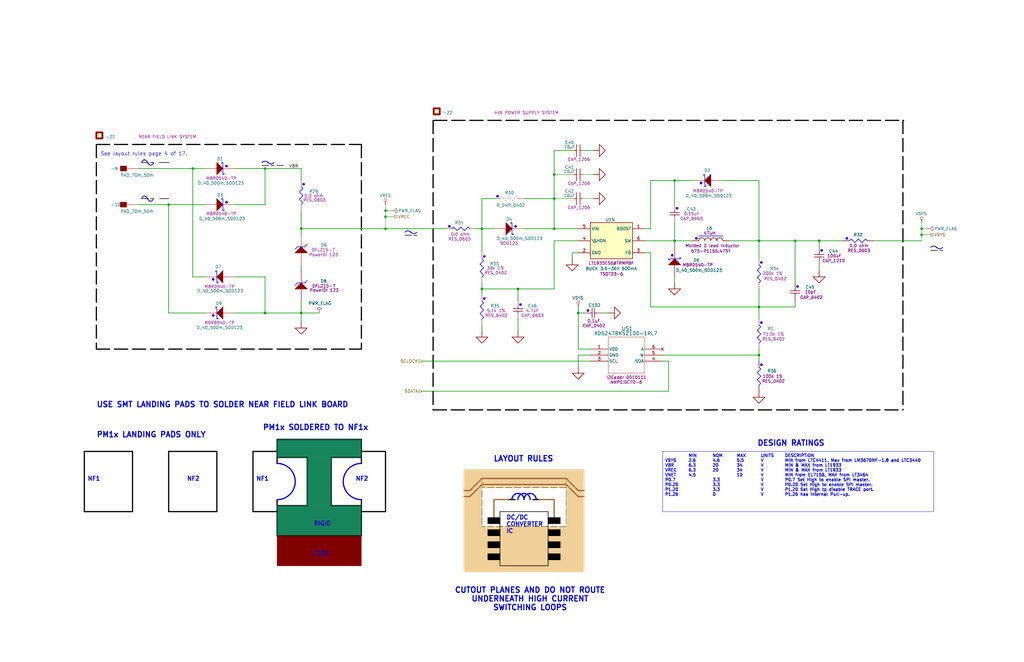
<source format=kicad_sch>
(kicad_sch (version 20231120) (generator "eeschema") (generator_version "8.0")
  (paper "B")
  (title_block (rev "-"))
  (junction (at 345.44 101.6))
  (junction (at 81.28 71.12))
  (junction (at 320.04 129.54))
  (junction (at 162.56 91.44))
  (junction (at 233.68 73.66))
  (junction (at 203.2 96.52))
  (junction (at 218.44 121.92))
  (junction (at 127 96.52))
  (junction (at 111.76 132.08))
  (junction (at 335.28 101.6))
  (junction (at 388.62 96.52))
  (junction (at 243.84 132.08))
  (junction (at 71.12 86.36))
  (junction (at 320.04 101.6))
  (junction (at 162.56 88.9))
  (junction (at 284.48 101.6))
  (junction (at 162.56 96.52))
  (junction (at 203.2 121.92))
  (junction (at 233.68 96.52))
  (junction (at 233.68 83.82))
  (junction (at 127 132.08))
  (junction (at 111.76 71.12))
  (junction (at 284.48 76.2))
  (junction (at 388.62 99.06))
  (junction (at 320.04 149.86))
  (no_connect (at 279.4 147.32))
  (polyline (pts (xy 62.0609 83.5352) (xy 62.1044 83.6024)) (stroke (width 0.254) (type solid)))
  (polyline (pts (xy 63.6181 84.9456) (xy 63.7266 84.9272)) (stroke (width 0.254) (type solid)))
  (polyline (pts (xy 112.9044 68.4712) (xy 112.9418 68.5016)) (stroke (width 0.254) (type solid)))
  (polyline (pts (xy 60.7333 67.4729) (xy 60.8418 67.4545)) (stroke (width 0.254) (type solid)))
  (polyline (pts (xy 62.2624 68.6407) (xy 62.287 68.6842)) (stroke (width 0.254) (type solid)))
  (polyline (pts (xy 64.5321 84.2386) (xy 64.6509 84.0435)) (stroke (width 0.254) (type solid)))
  (polyline (pts (xy 173.5285 98.2151) (xy 173.5887 98.2542)) (stroke (width 0.254) (type solid)))
  (wire (pts (xy 218.44 121.92) (xy 233.68 121.92)) (stroke (width 0.254)))
  (polyline (pts (xy 115.2138 68.8734) (xy 115.3321 68.7893)) (stroke (width 0.254) (type solid)))
  (polyline (pts (xy 112.7568 68.3634) (xy 112.8117 68.4015)) (stroke (width 0.254) (type solid)))
  (wire (pts (xy 81.28 71.12) (xy 58.42 71.12)) (stroke (width 0.254)))
  (polyline (pts (xy 62.3555 68.7977) (xy 62.399 68.8649)) (stroke (width 0.254) (type solid)))
  (polyline (pts (xy 111.7481 68.016) (xy 111.8517 68.0219)) (stroke (width 0.254) (type solid)))
  (polyline (pts (xy 397.1538 104.6874) (xy 397.2721 104.6033)) (stroke (width 0.254) (type solid)))
  (wire (pts (xy 162.56 91.44) (xy 162.56 96.52)))
  (wire (pts (xy 304.8 76.2) (xy 320.04 76.2)) (stroke (width 0.254)))
  (polyline (pts (xy 175.6763 98.1102) (xy 175.7954 97.9984)) (stroke (width 0.254) (type solid)))
  (polyline (pts (xy 60.1637 83.0908) (xy 60.2804 82.9724)) (stroke (width 0.254) (type solid)))
  (polyline (pts (xy 173.4736 98.177) (xy 173.5285 98.2151)) (stroke (width 0.254) (type solid)))
  (polyline (pts (xy 35.56 190.5) (xy 55.88 190.5)) (stroke (width 0.508) (type solid) (color 0 0 0 1)))
  (polyline (pts (xy 62.7736 69.3267) (xy 62.8529 69.4005)) (stroke (width 0.254) (type solid)))
  (polyline (pts (xy 64.1795 69.4277) (xy 64.2962 69.3093)) (stroke (width 0.254) (type solid)))
  (polyline (pts (xy 35.56 215.9) (xy 55.88 215.9)) (stroke (width 0.508) (type solid) (color 0 0 0 1)))
  (polyline (pts (xy 61.607 82.9996) (xy 61.6863 83.0734)) (stroke (width 0.254) (type solid)))
  (polyline (pts (xy 106.68 190.5) (xy 116.84 190.5)) (stroke (width 0.508) (type solid) (color 0 0 0 1)))
  (polyline (pts (xy 173.1983 97.9464) (xy 173.2229 97.9681)) (stroke (width 0.254) (type solid)))
  (polyline (pts (xy 394.97 104.394) (xy 394.9736 104.3977)) (stroke (width 0.254) (type solid)))
  (polyline (pts (xy 395.0024 104.4244) (xy 395.027 104.4461)) (stroke (width 0.254) (type solid)))
  (polyline (pts (xy 61.4362 67.6275) (xy 61.5236 67.6906)) (stroke (width 0.254) (type solid)))
  (polyline (pts (xy 61.2505 82.7652) (xy 61.3451 82.812)) (stroke (width 0.254) (type solid)))
  (wire (pts (xy 203.2 96.52) (xy 203.2 83.82)) (stroke (width 0.254)))
  (wire (pts (xy 320.04 129.54) (xy 320.04 121.92)) (stroke (width 0.254)))
  (wire (pts (xy 233.68 101.6) (xy 243.84 101.6)) (stroke (width 0.254)))
  (polyline (pts (xy 152.4 60.96) (xy 152.4 147.32)) (stroke (width 0.508) (type dash) (color 0 0 0 1)))
  (polyline (pts (xy 173.9617 98.4432) (xy 174.0491 98.4747)) (stroke (width 0.254) (type solid)))
  (polyline (pts (xy 393.7917 103.8359) (xy 393.8926 103.8484)) (stroke (width 0.254) (type solid)))
  (polyline (pts (xy 113.5736 68.9534) (xy 113.6529 68.9903)) (stroke (width 0.254) (type solid)))
  (polyline (pts (xy 172.7117 97.6251) (xy 172.7865 97.6636)) (stroke (width 0.254) (type solid)))
  (wire (pts (xy 320.04 101.6) (xy 320.04 109.22)) (stroke (width 0.254)))
  (polyline (pts (xy 61.6863 83.0734) (xy 61.7611 83.1503)) (stroke (width 0.254) (type solid)))
  (polyline (pts (xy 61.8313 83.2292) (xy 61.8966 83.3085)) (stroke (width 0.254) (type solid)))
  (polyline (pts (xy 173.2554 97.9984) (xy 173.259 98.0021)) (stroke (width 0.254) (type solid)))
  (polyline (pts (xy 394.347 103.9838) (xy 394.4263 104.0207)) (stroke (width 0.254) (type solid)))
  (polyline (pts (xy 394.9736 104.3977) (xy 394.9845 104.408)) (stroke (width 0.254) (type solid)))
  (polyline (pts (xy 114.6373 69.1158) (xy 114.7498 69.0887)) (stroke (width 0.254) (type solid)))
  (polyline (pts (xy 396.3581 104.9568) (xy 396.4666 104.9476)) (stroke (width 0.254) (type solid)))
  (wire (pts (xy 271.78 96.52) (xy 274.32 96.52)) (stroke (width 0.254)))
  (polyline (pts (xy 62.5633 69.0916) (xy 62.6286 69.1709)) (stroke (width 0.254) (type solid)))
  (polyline (pts (xy 394.8818 104.3156) (xy 394.9129 104.342)) (stroke (width 0.254) (type solid)))
  (polyline (pts (xy 112.0505 68.0526) (xy 112.1451 68.076)) (stroke (width 0.254) (type solid)))
  (polyline (pts (xy 62.2154 83.7921) (xy 62.2263 83.8128)) (stroke (width 0.254) (type solid)))
  (polyline (pts (xy 182.626 172.974) (xy 380.746 172.974)) (stroke (width 0.508) (type dash) (color 0 0 0 1)))
  (polyline (pts (xy 64.2962 84.5493) (xy 64.4138 84.4068)) (stroke (width 0.254) (type solid)))
  (polyline (pts (xy 113.0336 68.5837) (xy 113.0445 68.594)) (stroke (width 0.254) (type solid)))
  (wire (pts (xy 281.94 152.4) (xy 281.94 165.1)) (stroke (width 0.254)))
  (polyline (pts (xy 106.68 215.9) (xy 116.84 215.9)) (stroke (width 0.508) (type solid) (color 0 0 0 1)))
  (polyline (pts (xy 112.9729 68.528) (xy 112.9975 68.5497)) (stroke (width 0.254) (type solid)))
  (polyline (pts (xy 62.1729 83.7159) (xy 62.1975 83.7594)) (stroke (width 0.254) (type solid)))
  (polyline (pts (xy 243.84 207.01) (xy 246.38 207.01)) (stroke (width 0.508) (type solid) (color 159 97 46 1)))
  (polyline (pts (xy 62.287 83.9242) (xy 62.3181 83.977)) (stroke (width 0.254) (type solid)))
  (wire (pts (xy 243.84 149.86) (xy 243.84 154.94)) (stroke (width 0.254)))
  (polyline (pts (xy 55.88 215.9) (xy 55.88 190.5)) (stroke (width 0.508) (type solid) (color 0 0 0 1)))
  (wire (pts (xy 246.38 83.82) (xy 250.19 83.82)))
  (wire (pts (xy 388.62 96.52) (xy 388.62 99.06)))
  (polyline (pts (xy 112.2362 68.1038) (xy 112.3236 68.1353)) (stroke (width 0.254) (type solid)))
  (polyline (pts (xy 171.7587 97.4449) (xy 171.8672 97.4357)) (stroke (width 0.254) (type solid)))
  (polyline (pts (xy 173.0371 97.8199) (xy 173.0863 97.856)) (stroke (width 0.254) (type solid)))
  (polyline (pts (xy 111.5333 68.0265) (xy 111.6418 68.0173)) (stroke (width 0.254) (type solid)))
  (polyline (pts (xy 162.56 190.5) (xy 152.4 190.5)) (stroke (width 0.508) (type solid) (color 0 0 0 1)))
  (wire (pts (xy 162.56 86.36) (xy 162.56 88.9)))
  (polyline (pts (xy 203.2 204.47) (xy 238.76 204.47)) (stroke (width 0.508) (type solid) (color 159 97 46 1)))
  (polyline (pts (xy 64.4138 69.1668) (xy 64.5321 68.9986)) (stroke (width 0.254) (type solid)))
  (polyline (pts (xy 395.139 104.5365) (xy 395.1882 104.5726)) (stroke (width 0.254) (type solid)))
  (polyline (pts (xy 112.1451 68.076) (xy 112.2362 68.1038)) (stroke (width 0.254) (type solid)))
  (polyline (pts (xy 40.64 60.96) (xy 40.64 147.32)) (stroke (width 0.508) (type dash) (color 0 0 0 1)))
  (wire (pts (xy 274.32 96.52) (xy 274.32 76.2)) (stroke (width 0.254)))
  (polyline (pts (xy 62.9363 69.4695) (xy 63.0237 69.5325)) (stroke (width 0.254) (type solid)))
  (polyline (pts (xy 396.0473 104.9397) (xy 396.1482 104.9522)) (stroke (width 0.254) (type solid)))
  (polyline (pts (xy 394.8444 104.2852) (xy 394.8818 104.3156)) (stroke (width 0.254) (type solid)))
  (wire (pts (xy 335.28 129.54) (xy 335.28 127)) (stroke (width 0.254)))
  (polyline (pts (xy 393.9905 103.8666) (xy 394.0851 103.89)) (stroke (width 0.254) (type solid)))
  (polyline (pts (xy 116.84 69.85) (xy 119.38 69.85)) (stroke (width 0.254) (type solid) (color 0 0 0 1)))
  (polyline (pts (xy 62.6286 84.4109) (xy 62.6988 84.4898)) (stroke (width 0.254) (type solid)))
  (polyline (pts (xy 62.2263 83.8128) (xy 62.23 83.82)) (stroke (width 0.254) (type solid)))
  (polyline (pts (xy 394.9129 104.342) (xy 394.9375 104.3637)) (stroke (width 0.254) (type solid)))
  (wire (pts (xy 271.78 106.68) (xy 274.32 106.68)) (stroke (width 0.254)))
  (polyline (pts (xy 60.5101 82.8027) (xy 60.6226 82.7485)) (stroke (width 0.254) (type solid)))
  (wire (pts (xy 271.78 101.6) (xy 284.48 101.6)) (stroke (width 0.254)))
  (polyline (pts (xy 62.6988 84.4898) (xy 62.7736 84.5667)) (stroke (width 0.254) (type solid)))
  (wire (pts (xy 71.12 132.08) (xy 71.12 86.36)) (stroke (width 0.254)))
  (polyline (pts (xy 61.8966 68.0685) (xy 61.9568 68.1468)) (stroke (width 0.254) (type solid)))
  (wire (pts (xy 127 88.9) (xy 127 96.52)) (stroke (width 0.254)))
  (wire (pts (xy 345.44 114.3) (xy 345.44 111.76)) (stroke (width 0.254)))
  (wire (pts (xy 233.68 63.5) (xy 233.68 73.66)) (stroke (width 0.254)))
  (polyline (pts (xy 243.84 209.55) (xy 246.38 209.55)) (stroke (width 0.508) (type solid) (color 159 97 46 1)))
  (polyline (pts (xy 203.2 201.93) (xy 198.12 207.01)) (stroke (width 0.508) (type solid) (color 159 97 46 1)))
  (polyline (pts (xy 62.1729 68.4759) (xy 62.1975 68.5194)) (stroke (width 0.254) (type solid)))
  (polyline (pts (xy 170.9532 97.7892) (xy 171.0715 97.7051)) (stroke (width 0.254) (type solid)))
  (polyline (pts (xy 174.0491 98.4747) (xy 174.1402 98.5025)) (stroke (width 0.254) (type solid)))
  (polyline (pts (xy 393.6881 103.83) (xy 393.7917 103.8359)) (stroke (width 0.254) (type solid)))
  (wire (pts (xy 127 96.52) (xy 127 99.06)) (stroke (width 0.254)))
  (polyline (pts (xy 116.84 226.06) (xy 116.84 210.82)) (stroke (width 0.508) (type solid) (color 0 0 0 1)))
  (polyline (pts (xy 175.4392 98.2918) (xy 175.5575 98.2077)) (stroke (width 0.254) (type solid)))
  (polyline (pts (xy 171.5355 97.4898) (xy 171.648 97.4627)) (stroke (width 0.254) (type solid)))
  (polyline (pts (xy 174.2348 98.5259) (xy 174.3327 98.5441)) (stroke (width 0.254) (type solid)))
  (polyline (pts (xy 59.69 68.58) (xy 64.77 68.58)) (stroke (width 0.254) (type dash) (color 0 0 0 1)))
  (polyline (pts (xy 111.3101 68.0714) (xy 111.4226 68.0443)) (stroke (width 0.254) (type solid)))
  (polyline (pts (xy 396.2518 104.9581) (xy 396.3581 104.9568)) (stroke (width 0.254) (type solid)))
  (wire (pts (xy 86.36 116.84) (xy 81.28 116.84)) (stroke (width 0.254)))
  (polyline (pts (xy 397.0362 104.7587) (xy 397.1538 104.6874)) (stroke (width 0.254) (type solid)))
  (wire (pts (xy 320.04 101.6) (xy 335.28 101.6)) (stroke (width 0.254)))
  (polyline (pts (xy 63.7266 84.9272) (xy 63.8373 84.8916)) (stroke (width 0.254) (type solid)))
  (wire (pts (xy 203.2 137.16) (xy 203.2 139.7)) (stroke (width 0.254)))
  (polyline (pts (xy 115.4509 68.6918) (xy 115.57 68.58)) (stroke (width 0.254) (type solid)))
  (polyline (pts (xy 60.9481 67.452) (xy 61.0517 67.4638)) (stroke (width 0.254) (type solid)))
  (polyline (pts (xy 114.4181 69.1428) (xy 114.5266 69.1336)) (stroke (width 0.254) (type solid)))
  (polyline (pts (xy 62.1044 68.3624) (xy 62.1418 68.4231)) (stroke (width 0.254) (type solid)))
  (wire (pts (xy 177.8 165.1) (xy 281.94 165.1)) (stroke (width 0.254)))
  (polyline (pts (xy 116.84 185.42) (xy 152.4 185.42)) (stroke (width 0.508) (type solid) (color 0 0 0 1)))
  (polyline (pts (xy 64.1795 84.6677) (xy 64.2962 84.5493)) (stroke (width 0.254) (type solid)))
  (wire (pts (xy 111.76 132.08) (xy 99.06 132.08)) (stroke (width 0.254)))
  (polyline (pts (xy 394.4263 104.0207) (xy 394.5011 104.0592)) (stroke (width 0.254) (type solid)))
  (polyline (pts (xy 174.9752 98.5071) (xy 175.0893 98.47)) (stroke (width 0.254) (type solid)))
  (polyline (pts (xy 113.8237 69.0563) (xy 113.9148 69.0841)) (stroke (width 0.254) (type solid)))
  (wire (pts (xy 284.48 76.2) (xy 292.1 76.2)) (stroke (width 0.254)))
  (polyline (pts (xy 172.922 97.7427) (xy 172.9822 97.7818)) (stroke (width 0.254) (type solid)))
  (polyline (pts (xy 173.8783 98.4087) (xy 173.9617 98.4432)) (stroke (width 0.254) (type solid)))
  (polyline (pts (xy 396.9195 104.8179) (xy 397.0362 104.7587)) (stroke (width 0.254) (type solid)))
  (wire (pts (xy 208.28 96.52) (xy 203.2 96.52)) (stroke (width 0.254)))
  (polyline (pts (xy 238.76 222.25) (xy 203.2 222.25)) (stroke (width 0.254) (type dash) (color 0 0 0 1)))
  (wire (pts (xy 111.76 132.08) (xy 111.76 116.84)) (stroke (width 0.254)))
  (polyline (pts (xy 394.6366 104.1383) (xy 394.6968 104.1774)) (stroke (width 0.254) (type solid)))
  (polyline (pts (xy 63.4082 84.9363) (xy 63.5118 84.9481)) (stroke (width 0.254) (type solid)))
  (polyline (pts (xy 62.2154 68.5521) (xy 62.2263 68.5728)) (stroke (width 0.254) (type solid)))
  (polyline (pts (xy 62.0117 83.4629) (xy 62.0609 83.5352)) (stroke (width 0.254) (type solid)))
  (polyline (pts (xy 62.1975 83.7594) (xy 62.2154 83.7921)) (stroke (width 0.254) (type solid)))
  (polyline (pts (xy 62.7736 84.5667) (xy 62.8529 84.6405)) (stroke (width 0.254) (type solid)))
  (polyline (pts (xy 380.746 50.8) (xy 380.746 172.974)) (stroke (width 0.508) (type dash) (color 0 0 0 1)))
  (polyline (pts (xy 60.8418 82.6945) (xy 60.9481 82.692)) (stroke (width 0.254) (type solid)))
  (polyline (pts (xy 116.84 193.04) (xy 129.54 193.04)) (stroke (width 0.508) (type solid) (color 0 0 0 1)))
  (polyline (pts (xy 112.407 68.1698) (xy 112.4863 68.2067)) (stroke (width 0.254) (type solid)))
  (polyline (pts (xy 182.88 50.8) (xy 381 50.8)) (stroke (width 0.508) (type dash) (color 0 0 0 1)))
  (wire (pts (xy 246.38 63.5) (xy 250.19 63.5)) (stroke (width 0.254)))
  (polyline (pts (xy 114.3118 69.1441) (xy 114.4181 69.1428)) (stroke (width 0.254) (type solid)))
  (polyline (pts (xy 395.027 104.4461) (xy 395.0581 104.4725)) (stroke (width 0.254) (type solid)))
  (polyline (pts (xy 203.2 203.2) (xy 203.2 222.25)) (stroke (width 0.254) (type dash) (color 0 0 0 1)))
  (polyline (pts (xy 174.8627 98.5342) (xy 174.9752 98.5071)) (stroke (width 0.254) (type solid)))
  (polyline (pts (xy 114.0094 69.1075) (xy 114.1073 69.1257)) (stroke (width 0.254) (type solid)))
  (polyline (pts (xy 62.2445 83.848) (xy 62.2624 83.8807)) (stroke (width 0.254) (type solid)))
  (wire (pts (xy 86.36 71.12) (xy 81.28 71.12)) (stroke (width 0.254)))
  (wire (pts (xy 203.2 106.68) (xy 203.2 96.52)) (stroke (width 0.254)))
  (polyline (pts (xy 397.2721 104.6033) (xy 397.3909 104.5058)) (stroke (width 0.254) (type solid)))
  (wire (pts (xy 243.84 96.52) (xy 233.68 96.52)) (stroke (width 0.254)))
  (polyline (pts (xy 62.2445 68.608) (xy 62.2624 68.6407)) (stroke (width 0.254) (type solid)))
  (polyline (pts (xy 63.2094 84.8749) (xy 63.3073 84.9114)) (stroke (width 0.254) (type solid)))
  (polyline (pts (xy 172.3705 97.4944) (xy 172.4616 97.5222)) (stroke (width 0.254) (type solid)))
  (polyline (pts (xy 173.1672 97.92) (xy 173.1983 97.9464)) (stroke (width 0.254) (type solid)))
  (polyline (pts (xy 110.49 68.58) (xy 110.609 68.4683)) (stroke (width 0.254) (type solid)))
  (polyline (pts (xy 64.6509 84.0435) (xy 64.77 83.82)) (stroke (width 0.254) (type solid)))
  (wire (pts (xy 320.04 129.54) (xy 335.28 129.54)) (stroke (width 0.254)))
  (wire (pts (xy 111.76 71.12) (xy 111.76 86.36)) (stroke (width 0.254)))
  (wire (pts (xy 368.3 101.6) (xy 388.62 101.6)) (stroke (width 0.254)))
  (polyline (pts (xy 113.6529 68.9903) (xy 113.7363 69.0248)) (stroke (width 0.254) (type solid)))
  (polyline (pts (xy 112.9975 68.5497) (xy 113.0154 68.5661)) (stroke (width 0.254) (type solid)))
  (wire (pts (xy 320.04 149.86) (xy 320.04 152.4)) (stroke (width 0.254)))
  (polyline (pts (xy 175.0893 98.47) (xy 175.2049 98.4223)) (stroke (width 0.254) (type solid)))
  (polyline (pts (xy 63.3073 69.6714) (xy 63.4082 69.6963)) (stroke (width 0.254) (type solid)))
  (polyline (pts (xy 62.9363 84.7095) (xy 63.0237 84.7725)) (stroke (width 0.254) (type solid)))
  (polyline (pts (xy 393.5818 103.8313) (xy 393.6881 103.83)) (stroke (width 0.254) (type solid)))
  (polyline (pts (xy 173.259 98.0021) (xy 173.2699 98.0124)) (stroke (width 0.254) (type solid)))
  (polyline (pts (xy 395.3686 104.6895) (xy 395.4388 104.7289)) (stroke (width 0.254) (type solid)))
  (polyline (pts (xy 61.607 67.7596) (xy 61.6863 67.8334)) (stroke (width 0.254) (type solid)))
  (polyline (pts (xy 63.5118 69.7081) (xy 63.6181 69.7056)) (stroke (width 0.254) (type solid)))
  (polyline (pts (xy 61.1526 82.7287) (xy 61.2505 82.7652)) (stroke (width 0.254) (type solid)))
  (polyline (pts (xy 63.1148 69.5881) (xy 63.2094 69.6349)) (stroke (width 0.254) (type solid)))
  (wire (pts (xy 233.68 83.82) (xy 220.98 83.82)) (stroke (width 0.254)))
  (polyline (pts (xy 395.2431 104.6107) (xy 395.3033 104.6498)) (stroke (width 0.254) (type solid)))
  (polyline (pts (xy 238.76 201.93) (xy 243.84 207.01)) (stroke (width 0.508) (type solid) (color 159 97 46 1)))
  (polyline (pts (xy 112.8117 68.4015) (xy 112.8609 68.4376)) (stroke (width 0.254) (type solid)))
  (polyline (pts (xy 115.0962 68.9447) (xy 115.2138 68.8734)) (stroke (width 0.254) (type solid)))
  (polyline (pts (xy 64.0639 84.7632) (xy 64.1795 84.6677)) (stroke (width 0.254) (type solid)))
  (polyline (pts (xy 60.0461 67.9933) (xy 60.1637 67.8508)) (stroke (width 0.254) (type solid)))
  (wire (pts (xy 233.68 73.66) (xy 241.3 73.66)))
  (polyline (pts (xy 62.2336 83.8273) (xy 62.2445 83.848)) (stroke (width 0.254) (type solid)))
  (polyline (pts (xy 63.1148 84.8281) (xy 63.2094 84.8749)) (stroke (width 0.254) (type solid)))
  (polyline (pts (xy 59.809 68.3566) (xy 59.9278 68.1615)) (stroke (width 0.254) (type solid)))
  (wire (pts (xy 111.76 71.12) (xy 99.06 71.12)) (stroke (width 0.254)))
  (polyline (pts (xy 59.69 68.58) (xy 59.809 68.3566)) (stroke (width 0.254) (type solid)))
  (polyline (pts (xy 392.9037 104.0294) (xy 393.0204 103.9702)) (stroke (width 0.254) (type solid)))
  (wire (pts (xy 203.2 96.52) (xy 200.66 96.52)) (stroke (width 0.254)))
  (wire (pts (xy 284.48 101.6) (xy 292.1 101.6)) (stroke (width 0.254)))
  (polyline (pts (xy 112.6313 68.2846) (xy 112.6966 68.3243)) (stroke (width 0.254) (type solid)))
  (polyline (pts (xy 139.7 213.36) (xy 139.7 193.04)) (stroke (width 0.508) (type solid) (color 0 0 0 1)))
  (wire (pts (xy 335.28 101.6) (xy 345.44 101.6)) (stroke (width 0.254)))
  (wire (pts (xy 127 114.3) (xy 127 111.76)) (stroke (width 0.254)))
  (polyline (pts (xy 394.0851 103.89) (xy 394.1762 103.9178)) (stroke (width 0.254) (type solid)))
  (polyline (pts (xy 152.4 195.58) (xy 152.4 185.42)) (stroke (width 0.508) (type solid) (color 0 0 0 1)))
  (polyline (pts (xy 116.84 195.58) (xy 116.84 185.42)) (stroke (width 0.508) (type solid) (color 0 0 0 1)))
  (polyline (pts (xy 62.2336 68.5873) (xy 62.2445 68.608)) (stroke (width 0.254) (type solid)))
  (polyline (pts (xy 62.5031 69.0133) (xy 62.5633 69.0916)) (stroke (width 0.254) (type solid)))
  (wire (pts (xy 162.56 96.52) (xy 127 96.52)) (stroke (width 0.254)))
  (polyline (pts (xy 174.4336 98.5566) (xy 174.5372 98.5625)) (stroke (width 0.254) (type solid)))
  (polyline (pts (xy 172.9822 97.7818) (xy 173.0371 97.8199)) (stroke (width 0.254) (type solid)))
  (polyline (pts (xy 62.0117 68.2229) (xy 62.0609 68.2952)) (stroke (width 0.254) (type solid)))
  (polyline (pts (xy 175.3216 98.3631) (xy 175.4392 98.2918)) (stroke (width 0.254) (type solid)))
  (wire (pts (xy 127 132.08) (xy 127 127)) (stroke (width 0.254)))
  (polyline (pts (xy 174.752 98.552) (xy 174.8627 98.5342)) (stroke (width 0.254) (type solid)))
  (polyline (pts (xy 172.178 97.4528) (xy 172.2759 97.471)) (stroke (width 0.254) (type solid)))
  (polyline (pts (xy 62.3181 68.737) (xy 62.3555 68.7977)) (stroke (width 0.254) (type solid)))
  (polyline (pts (xy 394.8009 104.2516) (xy 394.8444 104.2852)) (stroke (width 0.254) (type solid)))
  (polyline (pts (xy 61.9568 83.3868) (xy 62.0117 83.4629)) (stroke (width 0.254) (type solid)))
  (polyline (pts (xy 162.56 190.5) (xy 162.56 215.9)) (stroke (width 0.508) (type solid) (color 0 0 0 1)))
  (polyline (pts (xy 60.396 67.6369) (xy 60.5101 67.5627)) (stroke (width 0.254) (type solid)))
  (wire (pts (xy 233.68 73.66) (xy 233.68 83.82)) (stroke (width 0.254)))
  (polyline (pts (xy 61.5236 67.6906) (xy 61.607 67.7596)) (stroke (width 0.254) (type solid)))
  (wire (pts (xy 162.56 96.52) (xy 187.96 96.52)) (stroke (width 0.254)))
  (polyline (pts (xy 111.9526 68.0344) (xy 112.0505 68.0526)) (stroke (width 0.254) (type solid)))
  (polyline (pts (xy 62.0609 68.2952) (xy 62.1044 68.3624)) (stroke (width 0.254) (type solid)))
  (polyline (pts (xy 113.087 68.6321) (xy 113.1181 68.6585)) (stroke (width 0.254) (type solid)))
  (polyline (pts (xy 172.0771 97.4403) (xy 172.178 97.4528)) (stroke (width 0.254) (type solid)))
  (wire (pts (xy 162.56 88.9) (xy 162.56 91.44)))
  (polyline (pts (xy 111.0804 68.1562) (xy 111.196 68.1085)) (stroke (width 0.254) (type solid)))
  (polyline (pts (xy 214.63 210.82) (xy 208.28 210.82)) (stroke (width 0.508) (type solid) (color 159 97 46 1)))
  (polyline (pts (xy 62.1975 68.5194) (xy 62.2154 68.5521)) (stroke (width 0.254) (type solid)))
  (polyline (pts (xy 392.7861 104.1007) (xy 392.9037 104.0294)) (stroke (width 0.254) (type solid)))
  (polyline (pts (xy 63.0237 69.5325) (xy 63.1148 69.5881)) (stroke (width 0.254) (type solid)))
  (polyline (pts (xy 61.0517 67.4638) (xy 61.1526 67.4887)) (stroke (width 0.254) (type solid)))
  (wire (pts (xy 284.48 86.36) (xy 284.48 76.2)) (stroke (width 0.254)))
  (polyline (pts (xy 173.2878 98.0288) (xy 173.3124 98.0505)) (stroke (width 0.254) (type solid)))
  (polyline (pts (xy 139.7 213.36) (xy 152.4 213.36)) (stroke (width 0.508) (type solid) (color 0 0 0 1)))
  (polyline (pts (xy 91.44 190.5) (xy 91.44 215.9)) (stroke (width 0.508) (type solid) (color 0 0 0 1)))
  (polyline (pts (xy 113.4988 68.9149) (xy 113.5736 68.9534)) (stroke (width 0.254) (type solid)))
  (polyline (pts (xy 396.4666 104.9476) (xy 396.5773 104.9298)) (stroke (width 0.254) (type solid)))
  (wire (pts (xy 71.12 86.36) (xy 86.36 86.36)) (stroke (width 0.254)))
  (polyline (pts (xy 182.626 50.8) (xy 182.626 172.974)) (stroke (width 0.508) (type dash) (color 0 0 0 1)))
  (polyline (pts (xy 173.2229 97.9681) (xy 173.2408 97.9845)) (stroke (width 0.254) (type solid)))
  (polyline (pts (xy 110.609 68.4683) (xy 110.7278 68.3708)) (stroke (width 0.254) (type solid)))
  (polyline (pts (xy 395.0955 104.5029) (xy 395.139 104.5365)) (stroke (width 0.254) (type solid)))
  (polyline (pts (xy 40.64 60.96) (xy 152.4 60.96)) (stroke (width 0.508) (type dash) (color 0 0 0 1)))
  (polyline (pts (xy 238.76 204.47) (xy 243.84 209.55)) (stroke (width 0.508) (type solid) (color 159 97 46 1)))
  (polyline (pts (xy 113.0624 68.6104) (xy 113.087 68.6321)) (stroke (width 0.254) (type solid)))
  (polyline (pts (xy 111.196 68.1085) (xy 111.3101 68.0714)) (stroke (width 0.254) (type solid)))
  (polyline (pts (xy 62.1418 68.4231) (xy 62.1729 68.4759)) (stroke (width 0.254) (type solid)))
  (polyline (pts (xy 175.2049 98.4223) (xy 175.3216 98.3631)) (stroke (width 0.254) (type solid)))
  (polyline (pts (xy 62.4482 68.9372) (xy 62.5031 69.0133)) (stroke (width 0.254) (type solid)))
  (polyline (pts (xy 208.28 210.82) (xy 208.28 218.44)) (stroke (width 0.508) (type solid) (color 159 97 46 1)))
  (polyline (pts (xy 63.0237 84.7725) (xy 63.1148 84.8281)) (stroke (width 0.254) (type solid)))
  (polyline (pts (xy 173.3124 98.0505) (xy 173.3435 98.0769)) (stroke (width 0.254) (type solid)))
  (wire (pts (xy 274.32 129.54) (xy 320.04 129.54)) (stroke (width 0.254)))
  (wire (pts (xy 86.36 132.08) (xy 71.12 132.08)) (stroke (width 0.254)))
  (polyline (pts (xy 392.43 104.394) (xy 392.549 104.2823)) (stroke (width 0.254) (type solid)))
  (polyline (pts (xy 61.9568 68.1468) (xy 62.0117 68.2229)) (stroke (width 0.254) (type solid)))
  (polyline (pts (xy 59.69 83.82) (xy 59.809 83.5966)) (stroke (width 0.254) (type solid)))
  (polyline (pts (xy 60.2804 67.7324) (xy 60.396 67.6369)) (stroke (width 0.254) (type solid)))
  (wire (pts (xy 203.2 121.92) (xy 218.44 121.92)) (stroke (width 0.254)))
  (polyline (pts (xy 61.2505 67.5252) (xy 61.3451 67.572)) (stroke (width 0.254) (type solid)))
  (polyline (pts (xy 113.199 68.7225) (xy 113.2482 68.7586)) (stroke (width 0.254) (type solid)))
  (polyline (pts (xy 394.9375 104.3637) (xy 394.9554 104.3801)) (stroke (width 0.254) (type solid)))
  (polyline (pts (xy 61.5236 82.9306) (xy 61.607 82.9996)) (stroke (width 0.254) (type solid)))
  (polyline (pts (xy 171.9735 97.4344) (xy 172.0771 97.4403)) (stroke (width 0.254) (type solid)))
  (polyline (pts (xy 113.03 68.58) (xy 113.0336 68.5837)) (stroke (width 0.254) (type solid)))
  (polyline (pts (xy 394.5713 104.0986) (xy 394.6366 104.1383)) (stroke (width 0.254) (type solid)))
  (polyline (pts (xy 106.68 215.9) (xy 106.68 190.5)) (stroke (width 0.508) (type solid) (color 0 0 0 1)))
  (polyline (pts (xy 63.4082 69.6963) (xy 63.5118 69.7081)) (stroke (width 0.254) (type solid)))
  (polyline (pts (xy 113.2482 68.7586) (xy 113.3031 68.7967)) (stroke (width 0.254) (type solid)))
  (polyline (pts (xy 64.5321 68.9986) (xy 64.6509 68.8035)) (stroke (width 0.254) (type solid)))
  (polyline (pts (xy 394.9845 104.408) (xy 395.0024 104.4244)) (stroke (width 0.254) (type solid)))
  (polyline (pts (xy 195.58 207.01) (xy 198.12 207.01)) (stroke (width 0.508) (type solid) (color 159 97 46 1)))
  (polyline (pts (xy 63.9498 84.8374) (xy 64.0639 84.7632)) (stroke (width 0.254) (type solid)))
  (polyline (pts (xy 393.0204 103.9702) (xy 393.136 103.9225)) (stroke (width 0.254) (type solid)))
  (polyline (pts (xy 62.287 68.6842) (xy 62.3181 68.737)) (stroke (width 0.254) (type solid)))
  (wire (pts (xy 233.68 83.82) (xy 241.3 83.82)))
  (polyline (pts (xy 62.1044 83.6024) (xy 62.1418 83.6631)) (stroke (width 0.254) (type solid)))
  (polyline (pts (xy 111.8517 68.0219) (xy 111.9526 68.0344)) (stroke (width 0.254) (type solid)))
  (polyline (pts (xy 393.136 103.9225) (xy 393.2501 103.8854)) (stroke (width 0.254) (type solid)))
  (polyline (pts (xy 170.7154 97.9984) (xy 170.8344 97.8867)) (stroke (width 0.254) (type solid)))
  (polyline (pts (xy 392.6678 104.1848) (xy 392.7861 104.1007)) (stroke (width 0.254) (type solid)))
  (polyline (pts (xy 63.9498 69.5974) (xy 64.0639 69.5232)) (stroke (width 0.254) (type solid)))
  (polyline (pts (xy 203.2 201.93) (xy 238.76 201.93)) (stroke (width 0.508) (type solid) (color 159 97 46 1)))
  (polyline (pts (xy 113.4286 68.8755) (xy 113.4988 68.9149)) (stroke (width 0.254) (type solid)))
  (polyline (pts (xy 393.4733 103.8405) (xy 393.5818 103.8313)) (stroke (width 0.254) (type solid)))
  (polyline (pts (xy 173.7242 98.3333) (xy 173.799 98.3718)) (stroke (width 0.254) (type solid)))
  (polyline (pts (xy 129.54 213.36) (xy 129.54 193.04)) (stroke (width 0.508) (type solid) (color 0 0 0 1)))
  (polyline (pts (xy 195.58 209.55) (xy 198.12 209.55)) (stroke (width 0.508) (type solid) (color 159 97 46 1)))
  (wire (pts (xy 241.3 63.5) (xy 233.68 63.5)) (stroke (width 0.254)))
  (polyline (pts (xy 112.8609 68.4376) (xy 112.9044 68.4712)) (stroke (width 0.254) (type solid)))
  (polyline (pts (xy 112.6966 68.3243) (xy 112.7568 68.3634)) (stroke (width 0.254) (type solid)))
  (wire (pts (xy 254 132.08) (xy 256.54 132.08)) (stroke (width 0.254)))
  (polyline (pts (xy 139.7 193.04) (xy 152.4 193.04)) (stroke (width 0.508) (type solid) (color 0 0 0 1)))
  (polyline (pts (xy 59.9278 68.1615) (xy 60.0461 67.9933)) (stroke (width 0.254) (type solid)))
  (polyline (pts (xy 395.6763 104.8388) (xy 395.7637 104.8703)) (stroke (width 0.254) (type solid)))
  (polyline (pts (xy 173.0863 97.856) (xy 173.1298 97.8896)) (stroke (width 0.254) (type solid)))
  (polyline (pts (xy 173.3435 98.0769) (xy 173.3809 98.1073)) (stroke (width 0.254) (type solid)))
  (polyline (pts (xy 395.5136 104.7674) (xy 395.5929 104.8043)) (stroke (width 0.254) (type solid)))
  (polyline (pts (xy 62.2263 68.5728) (xy 62.23 68.58)) (stroke (width 0.254) (type solid)))
  (wire (pts (xy 111.76 86.36) (xy 99.06 86.36)) (stroke (width 0.254)))
  (polyline (pts (xy 62.399 84.1049) (xy 62.4482 84.1772)) (stroke (width 0.254) (type solid)))
  (polyline (pts (xy 173.2699 98.0124) (xy 173.2878 98.0288)) (stroke (width 0.254) (type solid)))
  (wire (pts (xy 81.28 116.84) (xy 81.28 71.12)) (stroke (width 0.254)))
  (polyline (pts (xy 62.5633 84.3316) (xy 62.6286 84.4109)) (stroke (width 0.254) (type solid)))
  (polyline (pts (xy 61.7611 83.1503) (xy 61.8313 83.2292)) (stroke (width 0.254) (type solid)))
  (polyline (pts (xy 110.8461 68.2867) (xy 110.9637 68.2154)) (stroke (width 0.254) (type solid)))
  (polyline (pts (xy 174.6435 98.5612) (xy 174.752 98.552)) (stroke (width 0.254) (type solid)))
  (polyline (pts (xy 171.4214 97.5269) (xy 171.5355 97.4898)) (stroke (width 0.254) (type solid)))
  (polyline (pts (xy 395.7637 104.8703) (xy 395.8548 104.8981)) (stroke (width 0.254) (type solid)))
  (polyline (pts (xy 62.8529 84.6405) (xy 62.9363 84.7095)) (stroke (width 0.254) (type solid)))
  (polyline (pts (xy 62.23 68.58) (xy 62.2336 68.5873)) (stroke (width 0.254) (type solid)))
  (polyline (pts (xy 61.1526 67.4887) (xy 61.2505 67.5252)) (stroke (width 0.254) (type solid)))
  (polyline (pts (xy 61.8313 67.9892) (xy 61.8966 68.0685)) (stroke (width 0.254) (type solid)))
  (wire (pts (xy 162.56 88.9) (xy 165.1 88.9)))
  (polyline (pts (xy 173.5887 98.2542) (xy 173.654 98.2939)) (stroke (width 0.254) (type solid)))
  (polyline (pts (xy 152.4 226.06) (xy 152.4 210.82)) (stroke (width 0.508) (type solid) (color 0 0 0 1)))
  (wire (pts (xy 307.34 101.6) (xy 320.04 101.6)) (stroke (width 0.254)))
  (wire (pts (xy 203.2 83.82) (xy 208.28 83.82)) (stroke (width 0.254)))
  (wire (pts (xy 233.68 96.52) (xy 233.68 83.82)) (stroke (width 0.254)))
  (polyline (pts (xy 113.7363 69.0248) (xy 113.8237 69.0563)) (stroke (width 0.254) (type solid)))
  (polyline (pts (xy 395.4388 104.7289) (xy 395.5136 104.7674)) (stroke (width 0.254) (type solid)))
  (polyline (pts (xy 395.0581 104.4725) (xy 395.0955 104.5029)) (stroke (width 0.254) (type solid)))
  (polyline (pts (xy 59.9278 83.4015) (xy 60.0461 83.2333)) (stroke (width 0.254) (type solid)))
  (polyline (pts (xy 395.5929 104.8043) (xy 395.6763 104.8388)) (stroke (width 0.254) (type solid)))
  (polyline (pts (xy 113.9148 69.0841) (xy 114.0094 69.1075)) (stroke (width 0.254) (type solid)))
  (polyline (pts (xy 392.43 105.664) (xy 397.51 105.664)) (stroke (width 0.254) (type dash) (color 0 0 0 1)))
  (polyline (pts (xy 71.12 190.5) (xy 71.12 215.9)) (stroke (width 0.508) (type solid) (color 0 0 0 1)))
  (polyline (pts (xy 116.84 226.06) (xy 152.4 226.06)) (stroke (width 0.508) (type solid) (color 0 0 0 1)))
  (polyline (pts (xy 60.0461 83.2333) (xy 60.1637 83.0908)) (stroke (width 0.254) (type solid)))
  (polyline (pts (xy 175.5575 98.2077) (xy 175.6763 98.1102)) (stroke (width 0.254) (type solid)))
  (polyline (pts (xy 60.8418 67.4545) (xy 60.9481 67.452)) (stroke (width 0.254) (type solid)))
  (wire (pts (xy 388.62 99.06) (xy 388.62 101.6)))
  (wire (pts (xy 162.56 91.44) (xy 166.37 91.44)))
  (polyline (pts (xy 238.76 203.2) (xy 238.76 222.25)) (stroke (width 0.254) (type dash) (color 0 0 0 1)))
  (polyline (pts (xy 113.0263 68.5764) (xy 113.03 68.58)) (stroke (width 0.254) (type solid)))
  (polyline (pts (xy 395.1882 104.5726) (xy 395.2431 104.6107)) (stroke (width 0.254) (type solid)))
  (polyline (pts (xy 62.23 83.82) (xy 62.2336 83.8273)) (stroke (width 0.254) (type solid)))
  (polyline (pts (xy 64.4138 84.4068) (xy 64.5321 84.2386)) (stroke (width 0.254) (type solid)))
  (polyline (pts (xy 396.8039 104.8656) (xy 396.9195 104.8179)) (stroke (width 0.254) (type solid)))
  (polyline (pts (xy 62.399 68.8649) (xy 62.4482 68.9372)) (stroke (width 0.254) (type solid)))
  (polyline (pts (xy 62.3555 84.0377) (xy 62.399 84.1049)) (stroke (width 0.254) (type solid)))
  (wire (pts (xy 388.62 93.98) (xy 388.62 96.52)))
  (polyline (pts (xy 233.68 210.82) (xy 233.68 218.44)) (stroke (width 0.508) (type solid) (color 159 97 46 1)))
  (polyline (pts (xy 114.8639 69.0516) (xy 114.9795 69.0039)) (stroke (width 0.254) (type solid)))
  (wire (pts (xy 233.68 121.92) (xy 233.68 101.6)) (stroke (width 0.254)))
  (polyline (pts (xy 63.8373 84.8916) (xy 63.9498 84.8374)) (stroke (width 0.254) (type solid)))
  (polyline (pts (xy 63.5118 84.9481) (xy 63.6181 84.9456)) (stroke (width 0.254) (type solid)))
  (polyline (pts (xy 113.3031 68.7967) (xy 113.3633 68.8358)) (stroke (width 0.254) (type solid)))
  (polyline (pts (xy 112.5611 68.2452) (xy 112.6313 68.2846)) (stroke (width 0.254) (type solid)))
  (polyline (pts (xy 61.0517 82.7038) (xy 61.1526 82.7287)) (stroke (width 0.254) (type solid)))
  (polyline (pts (xy 110.7278 68.3708) (xy 110.8461 68.2867)) (stroke (width 0.254) (type solid)))
  (polyline (pts (xy 217.17 210.82) (xy 214.63 210.82)) (stroke (width 0.508) (type solid) (color 0 0 0 1)))
  (polyline (pts (xy 394.5011 104.0592) (xy 394.5713 104.0986)) (stroke (width 0.254) (type solid)))
  (polyline (pts (xy 113.1555 68.6889) (xy 113.199 68.7225)) (stroke (width 0.254) (type solid)))
  (polyline (pts (xy 114.2082 69.1382) (xy 114.3118 69.1441)) (stroke (width 0.254) (type solid)))
  (polyline (pts (xy 171.0715 97.7051) (xy 171.1891 97.6338)) (stroke (width 0.254) (type solid)))
  (wire (pts (xy 284.48 119.38) (xy 284.48 116.84)) (stroke (width 0.254)))
  (wire (pts (xy 233.68 96.52) (xy 220.98 96.52)) (stroke (width 0.254)))
  (polyline (pts (xy 233.68 210.82) (xy 227.33 210.82)) (stroke (width 0.508) (type solid) (color 159 97 46 1)))
  (polyline (pts (xy 40.64 147.32) (xy 152.4 147.32)) (stroke (width 0.508) (type dash) (color 0 0 0 1)))
  (wire (pts (xy 111.76 116.84) (xy 99.06 116.84)) (stroke (width 0.254)))
  (wire (pts (xy 127 71.12) (xy 111.76 71.12)) (stroke (width 0.254)))
  (wire (pts (xy 203.2 121.92) (xy 203.2 124.46)) (stroke (width 0.254)))
  (wire (pts (xy 243.84 132.08) (xy 246.38 132.08)) (stroke (width 0.254)))
  (polyline (pts (xy 61.8966 83.3085) (xy 61.9568 83.3868)) (stroke (width 0.254) (type solid)))
  (wire (pts (xy 243.84 106.68) (xy 241.3 106.68)) (stroke (width 0.254)))
  (polyline (pts (xy 61.3451 67.572) (xy 61.4362 67.6275)) (stroke (width 0.254) (type solid)))
  (wire (pts (xy 388.62 99.06) (xy 392.43 99.06)))
  (polyline (pts (xy 114.7498 69.0887) (xy 114.8639 69.0516)) (stroke (width 0.254) (type solid)))
  (polyline (pts (xy 392.549 104.2823) (xy 392.6678 104.1848)) (stroke (width 0.254) (type solid)))
  (polyline (pts (xy 63.3073 84.9114) (xy 63.4082 84.9363)) (stroke (width 0.254) (type solid)))
  (polyline (pts (xy 111.6418 68.0173) (xy 111.7481 68.016)) (stroke (width 0.254) (type solid)))
  (polyline (pts (xy 113.0154 68.5661) (xy 113.0263 68.5764)) (stroke (width 0.254) (type solid)))
  (polyline (pts (xy 61.3451 82.812) (xy 61.4362 82.8675)) (stroke (width 0.254) (type solid)))
  (polyline (pts (xy 174.1402 98.5025) (xy 174.2348 98.5259)) (stroke (width 0.254) (type solid)))
  (polyline (pts (xy 112.3236 68.1353) (xy 112.407 68.1698)) (stroke (width 0.254) (type solid)))
  (polyline (pts (xy 60.396 82.8769) (xy 60.5101 82.8027)) (stroke (width 0.254) (type solid)))
  (polyline (pts (xy 172.549 97.5537) (xy 172.6324 97.5882)) (stroke (width 0.254) (type solid)))
  (polyline (pts (xy 171.3058 97.5746) (xy 171.4214 97.5269)) (stroke (width 0.254) (type solid)))
  (polyline (pts (xy 60.6226 67.5085) (xy 60.7333 67.4729)) (stroke (width 0.254) (type solid)))
  (polyline (pts (xy 62.1418 83.6631) (xy 62.1729 83.7159)) (stroke (width 0.254) (type solid)))
  (polyline (pts (xy 173.2517 97.9948) (xy 173.2554 97.9984)) (stroke (width 0.254) (type solid)))
  (wire (pts (xy 284.48 104.14) (xy 284.48 101.6)) (stroke (width 0.254)))
  (polyline (pts (xy 63.7266 69.6872) (xy 63.8373 69.6516)) (stroke (width 0.254) (type solid)))
  (wire (pts (xy 274.32 76.2) (xy 284.48 76.2)) (stroke (width 0.254)))
  (polyline (pts (xy 60.9481 82.692) (xy 61.0517 82.7038)) (stroke (width 0.254) (type solid)))
  (polyline (pts (xy 113.1181 68.6585) (xy 113.1555 68.6889)) (stroke (width 0.254) (type solid)))
  (polyline (pts (xy 59.69 83.82) (xy 64.77 83.82)) (stroke (width 0.254) (type dash) (color 0 0 0 1)))
  (polyline (pts (xy 114.5266 69.1336) (xy 114.6373 69.1158)) (stroke (width 0.254) (type solid)))
  (wire (pts (xy 127 76.2) (xy 127 71.12)) (stroke (width 0.254)))
  (polyline (pts (xy 170.7154 99.2684) (xy 175.7954 99.2684)) (stroke (width 0.254) (type dash) (color 0 0 0 1)))
  (wire (pts (xy 127 132.08) (xy 111.76 132.08)) (stroke (width 0.254)))
  (polyline (pts (xy 395.8548 104.8981) (xy 395.9494 104.9215)) (stroke (width 0.254) (type solid)))
  (polyline (pts (xy 62.5031 84.2533) (xy 62.5633 84.3316)) (stroke (width 0.254) (type solid)))
  (wire (pts (xy 246.38 73.66) (xy 250.19 73.66)))
  (polyline (pts (xy 113.0445 68.594) (xy 113.0624 68.6104)) (stroke (width 0.254) (type solid)))
  (polyline (pts (xy 171.648 97.4627) (xy 171.7587 97.4449)) (stroke (width 0.254) (type solid)))
  (polyline (pts (xy 67.31 68.58) (xy 71.12 68.58)) (stroke (width 0.254) (type solid) (color 0 0 0 1)))
  (polyline (pts (xy 394.7517 104.2155) (xy 394.8009 104.2516)) (stroke (width 0.254) (type solid)))
  (polyline (pts (xy 63.6181 69.7056) (xy 63.7266 69.6872)) (stroke (width 0.254) (type solid)))
  (wire (pts (xy 335.28 101.6) (xy 335.28 119.38)) (stroke (width 0.254)))
  (polyline (pts (xy 397.3909 104.5058) (xy 397.51 104.394)) (stroke (width 0.254) (type solid)))
  (wire (pts (xy 279.4 149.86) (xy 320.04 149.86)) (stroke (width 0.254)))
  (polyline (pts (xy 62.2624 83.8807) (xy 62.287 83.9242)) (stroke (width 0.254) (type solid)))
  (wire (pts (xy 71.12 86.36) (xy 58.42 86.36)) (stroke (width 0.254)))
  (polyline (pts (xy 64.6509 68.8035) (xy 64.77 68.58)) (stroke (width 0.254) (type solid)))
  (wire (pts (xy 320.04 149.86) (xy 320.04 147.32)) (stroke (width 0.254)))
  (polyline (pts (xy 91.44 190.5) (xy 71.12 190.5)) (stroke (width 0.508) (type solid) (color 0 0 0 1)))
  (polyline (pts (xy 62.3181 83.977) (xy 62.3555 84.0377)) (stroke (width 0.254) (type solid)))
  (polyline (pts (xy 61.6863 67.8334) (xy 61.7611 67.9103)) (stroke (width 0.254) (type solid)))
  (polyline (pts (xy 173.1298 97.8896) (xy 173.1672 97.92)) (stroke (width 0.254) (type solid)))
  (wire (pts (xy 218.44 127) (xy 218.44 121.92)) (stroke (width 0.254)))
  (wire (pts (xy 248.92 149.86) (xy 243.84 149.86)) (stroke (width 0.254)))
  (polyline (pts (xy 393.3626 103.8583) (xy 393.4733 103.8405)) (stroke (width 0.254) (type solid)))
  (polyline (pts (xy 60.6226 82.7485) (xy 60.7333 82.7129)) (stroke (width 0.254) (type solid)))
  (polyline (pts (xy 62.4482 84.1772) (xy 62.5031 84.2533)) (stroke (width 0.254) (type solid)))
  (wire (pts (xy 284.48 101.6) (xy 284.48 93.98)) (stroke (width 0.254)))
  (polyline (pts (xy 64.2962 69.3093) (xy 64.4138 69.1668)) (stroke (width 0.254) (type solid)))
  (wire (pts (xy 320.04 129.54) (xy 320.04 134.62)) (stroke (width 0.254)))
  (wire (pts (xy 127 132.08) (xy 134.62 132.08)) (stroke (width 0.254)))
  (polyline (pts (xy 393.2501 103.8854) (xy 393.3626 103.8583)) (stroke (width 0.254) (type solid)))
  (polyline (pts (xy 112.9418 68.5016) (xy 112.9729 68.528)) (stroke (width 0.254) (type solid)))
  (polyline (pts (xy 395.9494 104.9215) (xy 396.0473 104.9397)) (stroke (width 0.254) (type solid)))
  (polyline (pts (xy 227.33 210.82) (xy 224.79 210.82)) (stroke (width 0.508) (type solid) (color 0 0 0 1)))
  (polyline (pts (xy 396.5773 104.9298) (xy 396.6898 104.9027)) (stroke (width 0.254) (type solid)))
  (polyline (pts (xy 67.31 83.82) (xy 71.12 83.82)) (stroke (width 0.254) (type solid) (color 0 0 0 1)))
  (wire (pts (xy 320.04 76.2) (xy 320.04 101.6)) (stroke (width 0.254)))
  (polyline (pts (xy 173.3809 98.1073) (xy 173.4244 98.1409)) (stroke (width 0.254) (type solid)))
  (wire (pts (xy 345.44 104.14) (xy 345.44 101.6)) (stroke (width 0.254)))
  (polyline (pts (xy 59.809 83.5966) (xy 59.9278 83.4015)) (stroke (width 0.254) (type solid)))
  (wire (pts (xy 388.62 96.52) (xy 391.16 96.52)))
  (polyline (pts (xy 60.2804 82.9724) (xy 60.396 82.8769)) (stroke (width 0.254) (type solid)))
  (polyline (pts (xy 162.56 215.9) (xy 152.4 215.9)) (stroke (width 0.508) (type solid) (color 0 0 0 1)))
  (polyline (pts (xy 394.2636 103.9493) (xy 394.347 103.9838)) (stroke (width 0.254) (type solid)))
  (polyline (pts (xy 171.8672 97.4357) (xy 171.9735 97.4344)) (stroke (width 0.254) (type solid)))
  (wire (pts (xy 218.44 134.62) (xy 218.44 139.7)) (stroke (width 0.254)))
  (polyline (pts (xy 394.9663 104.3904) (xy 394.97 104.394)) (stroke (width 0.254) (type solid)))
  (polyline (pts (xy 63.2094 69.6349) (xy 63.3073 69.6714)) (stroke (width 0.254) (type solid)))
  (polyline (pts (xy 111.4226 68.0443) (xy 111.5333 68.0265)) (stroke (width 0.254) (type solid)))
  (wire (pts (xy 203.2 119.38) (xy 203.2 121.92)) (stroke (width 0.254)))
  (polyline (pts (xy 62.6988 69.2498) (xy 62.7736 69.3267)) (stroke (width 0.254) (type solid)))
  (polyline (pts (xy 394.1762 103.9178) (xy 394.2636 103.9493)) (stroke (width 0.254) (type solid)))
  (polyline (pts (xy 64.0639 69.5232) (xy 64.1795 69.4277)) (stroke (width 0.254) (type solid)))
  (polyline (pts (xy 35.56 215.9) (xy 35.56 190.5)) (stroke (width 0.508) (type solid) (color 0 0 0 1)))
  (wire (pts (xy 127 135.89) (xy 127 132.08)) (stroke (width 0.254)))
  (polyline (pts (xy 116.84 213.36) (xy 129.54 213.36)) (stroke (width 0.508) (type solid) (color 0 0 0 1)))
  (polyline (pts (xy 62.8529 69.4005) (xy 62.9363 69.4695)) (stroke (width 0.254) (type solid)))
  (polyline (pts (xy 238.76 205.74) (xy 203.2 205.74)) (stroke (width 0.254) (type dash) (color 0 0 0 1)))
  (polyline (pts (xy 396.6898 104.9027) (xy 396.8039 104.8656)) (stroke (width 0.254) (type solid)))
  (polyline (pts (xy 173.799 98.3718) (xy 173.8783 98.4087)) (stroke (width 0.254) (type solid)))
  (wire (pts (xy 279.4 152.4) (xy 281.94 152.4)) (stroke (width 0.254)))
  (polyline (pts (xy 393.8926 103.8484) (xy 393.9905 103.8666)) (stroke (width 0.254) (type solid)))
  (wire (pts (xy 274.32 106.68) (xy 274.32 129.54)) (stroke (width 0.254)))
  (polyline (pts (xy 172.2759 97.471) (xy 172.3705 97.4944)) (stroke (width 0.254) (type solid)))
  (polyline (pts (xy 172.7865 97.6636) (xy 172.8567 97.703)) (stroke (width 0.254) (type solid)))
  (polyline (pts (xy 114.9795 69.0039) (xy 115.0962 68.9447)) (stroke (width 0.254) (type solid)))
  (wire (pts (xy 241.3 106.68) (xy 241.3 109.22)) (stroke (width 0.254)))
  (wire (pts (xy 243.84 132.08) (xy 243.84 147.32)) (stroke (width 0.254)))
  (polyline (pts (xy 61.4362 82.8675) (xy 61.5236 82.9306)) (stroke (width 0.254) (type solid)))
  (wire (pts (xy 345.44 101.6) (xy 355.6 101.6)) (stroke (width 0.254)))
  (polyline (pts (xy 173.2408 97.9845) (xy 173.2517 97.9948)) (stroke (width 0.254) (type solid)))
  (polyline (pts (xy 171.1891 97.6338) (xy 171.3058 97.5746)) (stroke (width 0.254) (type solid)))
  (polyline (pts (xy 62.6286 69.1709) (xy 62.6988 69.2498)) (stroke (width 0.254) (type solid)))
  (polyline (pts (xy 60.1637 67.8508) (xy 60.2804 67.7324)) (stroke (width 0.254) (type solid)))
  (polyline (pts (xy 115.3321 68.7893) (xy 115.4509 68.6918)) (stroke (width 0.254) (type solid)))
  (polyline (pts (xy 114.1073 69.1257) (xy 114.2082 69.1382)) (stroke (width 0.254) (type solid)))
  (wire (pts (xy 177.8 152.4) (xy 248.92 152.4)) (stroke (width 0.254)))
  (polyline (pts (xy 61.7611 67.9103) (xy 61.8313 67.9892)) (stroke (width 0.254) (type solid)))
  (polyline (pts (xy 60.5101 67.5627) (xy 60.6226 67.5085)) (stroke (width 0.254) (type solid)))
  (polyline (pts (xy 203.2 204.47) (xy 198.12 209.55)) (stroke (width 0.508) (type solid) (color 159 97 46 1)))
  (polyline (pts (xy 394.6968 104.1774) (xy 394.7517 104.2155)) (stroke (width 0.254) (type solid)))
  (polyline (pts (xy 395.3033 104.6498) (xy 395.3686 104.6895)) (stroke (width 0.254) (type solid)))
  (polyline (pts (xy 173.4244 98.1409) (xy 173.4736 98.177)) (stroke (width 0.254) (type solid)))
  (polyline (pts (xy 172.6324 97.5882) (xy 172.7117 97.6251)) (stroke (width 0.254) (type solid)))
  (polyline (pts (xy 173.654 98.2939) (xy 173.7242 98.3333)) (stroke (width 0.254) (type solid)))
  (polyline (pts (xy 172.4616 97.5222) (xy 172.549 97.5537)) (stroke (width 0.254) (type solid)))
  (polyline (pts (xy 112.4863 68.2067) (xy 112.5611 68.2452)) (stroke (width 0.254) (type solid)))
  (polyline (pts (xy 110.49 69.85) (xy 115.57 69.85)) (stroke (width 0.254) (type dash) (color 0 0 0 1)))
  (polyline (pts (xy 174.3327 98.5441) (xy 174.4336 98.5566)) (stroke (width 0.254) (type solid)))
  (polyline (pts (xy 113.3633 68.8358) (xy 113.4286 68.8755)) (stroke (width 0.254) (type solid)))
  (wire (pts (xy 243.84 129.54) (xy 243.84 132.08)) (stroke (width 0.254)))
  (polyline (pts (xy 110.9637 68.2154) (xy 111.0804 68.1562)) (stroke (width 0.254) (type solid)))
  (wire (pts (xy 248.92 147.32) (xy 243.84 147.32)) (stroke (width 0.254)))
  (polyline (pts (xy 170.8344 97.8867) (xy 170.9532 97.7892)) (stroke (width 0.254) (type solid)))
  (polyline (pts (xy 172.8567 97.703) (xy 172.922 97.7427)) (stroke (width 0.254) (type solid)))
  (polyline (pts (xy 394.9554 104.3801) (xy 394.9663 104.3904)) (stroke (width 0.254) (type solid)))
  (polyline (pts (xy 174.5372 98.5625) (xy 174.6435 98.5612)) (stroke (width 0.254) (type solid)))
  (polyline (pts (xy 91.44 215.9) (xy 71.12 215.9)) (stroke (width 0.508) (type solid) (color 0 0 0 1)))
  (polyline (pts (xy 63.8373 69.6516) (xy 63.9498 69.5974)) (stroke (width 0.254) (type solid)))
  (polyline (pts (xy 396.1482 104.9522) (xy 396.2518 104.9581)) (stroke (width 0.254) (type solid)))
  (polyline (pts (xy 60.7333 82.7129) (xy 60.8418 82.6945)) (stroke (width 0.254) (type solid)))
  (rectangle (start 152.4 226.06) (end 116.84 238.76) (stroke (width 0) (color 128 0 0 1)) (fill (type color) (color 128 0 0 1)))
  (arc (start 218.4041 210.8416) (mid 220.937 208.2444) (end 223.5552 210.7556) (stroke (width 0.508)))
  (rectangle (start 231.14 215.9) (end 210.82 238.76) (stroke (width 0.254) (color 0 0 0 1)))
  (rectangle (start 139.7 193.04) (end 129.54 213.36) (stroke (width 0) (color 23 133 92 1)) (fill (type color) (color 23 133 92 1)))
  (arc (start 215.8641 210.8416) (mid 218.397 208.2444) (end 221.0152 210.7556) (stroke (width 0.508)))
  (rectangle (start 246.38 222.25) (end 195.58 241.3) (stroke (width 0) (color 240 207 153 1)) (fill (type color) (color 240 207 153 1)))
  (rectangle (start 236.22 218.44) (end 231.14 220.98) (stroke (width 0.254) (color 0 0 0 1)) (fill (type color) (color 0 0 0 1)))
  (rectangle (start 210.82 228.6) (end 205.74 231.14) (stroke (width 0.254) (color 0 0 0 1)) (fill (type color) (color 0 0 0 1)))
  (rectangle (start 210.82 223.52) (end 205.74 226.06) (stroke (width 0.254) (color 0 0 0 1)) (fill (type color) (color 0 0 0 1)))
  (rectangle (start 210.82 233.68) (end 205.74 236.22) (stroke (width 0.254) (color 0 0 0 1)) (fill (type color) (color 0 0 0 1)))
  (rectangle (start 210.82 218.44) (end 205.74 220.98) (stroke (width 0.254) (color 0 0 0 1)) (fill (type color) (color 0 0 0 1)))
  (rectangle (start 236.22 223.52) (end 231.14 226.06) (stroke (width 0.254) (color 0 0 0 1)) (fill (type color) (color 0 0 0 1)))
  (rectangle (start 236.22 233.68) (end 231.14 236.22) (stroke (width 0.254) (color 0 0 0 1)) (fill (type color) (color 0 0 0 1)))
  (rectangle (start 152.4 185.42) (end 116.84 193.04) (stroke (width 0) (color 23 133 92 1)) (fill (type color) (color 23 133 92 1)))
  (rectangle (start 203.2 203.2) (end 195.58 222.25) (stroke (width 0) (color 240 207 153 1)) (fill (type color) (color 240 207 153 1)))
  (arc (start 116.8064 195.5571) (mid 124.4829 203.1752) (end 116.8561 210.843) (stroke (width 0.508)))
  (rectangle (start 246.38 203.2) (end 238.76 222.25) (stroke (width 0) (color 240 207 153 1)) (fill (type color) (color 240 207 153 1)))
  (rectangle (start 246.38 198.12) (end 195.58 205.74) (stroke (width 0) (color 240 207 153 1)) (fill (type color) (color 240 207 153 1)))
  (rectangle (start 236.22 228.6) (end 231.14 231.14) (stroke (width 0.254) (color 0 0 0 1)) (fill (type color) (color 0 0 0 1)))
  (arc (start 220.9441 210.8416) (mid 223.477 208.2444) (end 226.0952 210.7556) (stroke (width 0.508)))
  (rectangle (start 152.4 213.36) (end 116.84 226.06) (stroke (width 0) (color 23 133 92 1)) (fill (type color) (color 23 133 92 1)))
  (arc (start 152.4336 210.8429) (mid 144.7571 203.2248) (end 152.3839 195.557) (stroke (width 0.508)))
  (text_box "CUTOUT PLANES AND DO NOT ROUTE UNDERNEATH HIGH CURRENT SWITCHING LOOPS" (at 188.468 245.11 0) (size 70.104 14.986) (stroke (width -0.0001) (color 0 0 0 1)) (effects (font (size 2.286 2.286) (bold yes))))
  (text_box "		MIN		NOM		MAX		UNITS	DESCRIPTION\nVSYS	2.6		4.6		5.5		V		MIN from LTC4411, Max from LM3670MF-1.8 and LTC3440\nVBR		6.3		20		34		V		MIN & MAX from LT1933\nVREC	6.3		20		34		V		MIN & MAX from LT1933\nVNET	4.5				10		V		MIN from EL7156, MAX from LT3464\nP0.7			3.3				V		P0.7 Set High to enable SPI master.\nP0.20			3.3				V		P0.20 Set High to enable SPI master.\nP1.20			3.3				V		P1.20 Set High tp disable TRACE port.\nP1.26			0				V		P1.26 has internal Pull-up." (at 279.4 190.5 0) (size 114.3 25.4) (effects (font (size 1.27 1.27) (thickness 0.254) (bold yes)) (justify left top)))
  (text_box "DC/DC CONVERTER IC" (at 212.09 215.9 0) (size 17.78 10.16) (stroke (width -0.0001) (color 0 0 0 1)) (effects (font (size 1.778 1.778) (bold yes)) (justify left top)))
  (text_box "FLEX" (at 139.7 231.14 0) (size -8.89 3.81) (stroke (width -0.0001) (color 0 0 0 1)) (effects (font (size 1.778 1.778) (bold yes)) (justify left top)))
  (text_box "RIGID" (at 140.97 218.44 0) (size -10.16 3.81) (stroke (width -0.0001) (color 0 0 0 1)) (effects (font (size 1.778 1.778) (bold yes)) (justify left top)))
  (text "USE SMT LANDING PADS TO SOLDER NEAR FIELD LINK BOARD" (at 40.64 172.212 0) (effects (font (size 2.286 2.286) (bold yes)) (justify left bottom)))
  (text "DESIGN RATINGS" (at 319.278 188.468 0) (effects (font (size 2.286 2.286) (bold yes)) (justify left bottom)))
  (text "NF2" (at 149.86 203.2 0) (effects (font (size 1.778 1.778) (bold yes)) (justify left bottom)))
  (text "NF1" (at 107.95 203.2 0) (effects (font (size 1.778 1.778) (bold yes)) (justify left bottom)))
  (text "NF1" (at 36.83 203.2 0) (effects (font (size 1.778 1.778) (bold yes)) (justify left bottom)))
  (text "PM1x LANDING PADS ONLY" (at 40.64 184.912 0) (effects (font (size 2.286 2.286) (bold yes)) (justify left bottom)))
  (text "NF2" (at 78.74 203.2 0) (effects (font (size 1.778 1.778) (bold yes)) (justify left bottom)))
  (text "LAYOUT RULES" (at 208.026 195.072 0) (effects (font (size 2.286 2.286) (bold yes)) (justify left bottom)))
  (text "PM1x SOLDERED TO NF1x" (at 110.744 181.864 0) (effects (font (size 2.286 2.286) (bold yes)) (justify left bottom)))
  (text "See layout rules page 4 of 17." (at 60.706 65.024 0) (effects (font (size 1.524 1.524))))
  (label "VBR" (at 121.92 71.12 0))
  (hierarchical_label "VREC" (shape output) (at 166.37 91.44 0))
  (hierarchical_label "SCLOCK" (shape input) (at 177.8 152.4 180))
  (hierarchical_label "SDATA" (shape bidirectional) (at 177.8 165.1 180))
  (hierarchical_label "VSYS" (shape output) (at 392.43 99.06 0))
  (symbol (lib_id "NNPS:root_0_GRM155R71C104KA88D") (at 246.38 132.08 0) (unit 1)
    (property "Reference" "C102" (at 248.158 129.54 0) (effects (justify left bottom)))
    (property "Value" "C_100n_X7R_16_0402_10%" (effects (hide yes)))
    (property "Footprint" "NNPS:CAP_0402" (effects (hide yes)))
    (property "MFR" "Murata" (effects (hide yes)))
    (property "PACKAGEDESCRIPTION" "CAP_0402" (at 245.618 138.176 0) (effects (justify left bottom)))
    (property "SUPPLIER 1" "Digi-Key" (effects (hide yes)))
    (property "SUPPLIER PART NUMBER 1" "490-3261-2-ND" (effects (hide yes)))
    (property "ALTIUM_VALUE" "0.1uF" (at 247.65 136.144 0) (effects (justify left bottom)))
    (property "MPN" "GRM155R71C104KA88D" (effects (hide yes)))
    (property "SBI" "53-0040-1" (effects (hide yes)))
  )
  (symbol (lib_id "NNPS:root_0_MBR0540-TP") (at 213.36 93.98 0) (unit 1)
    (property "Reference" "D4" (at 213.36 93.218 0) (effects (justify left bottom)))
    (property "Value" "D_40_500m_SOD123" (at 209.296 101.346 0) (effects (justify left bottom)))
    (property "Footprint" "NNPS:SOD123" (effects (hide yes)))
    (property "MFR" "Micro Commercial Co." (effects (hide yes)))
    (property "PACKAGEDESCRIPTION" "SOD123" (at 210.82 103.378 0) (effects (justify left bottom)))
    (property "SUPPLIER 1" "Digi-Key" (effects (hide yes)))
    (property "SUPPLIER PART NUMBER 1" "MBR0540TPMSCT-ND" (effects (hide yes)))
    (property "ALTIUM_VALUE" "500mA" (effects (hide yes)))
    (property "MPN" "MBR0540-TP" (effects (hide yes)))
    (property "SBI" "54-0084" (effects (hide yes)))
  )
  (symbol (lib_id "NNPS:root_0_MBR0540-TP") (at 91.44 68.58 0) (unit 1)
    (property "Reference" "D1" (at 91.44 67.818 0) (effects (justify left bottom)))
    (property "Value" "D_40_500m_SOD123" (at 83.312 77.978 0) (effects (justify left bottom)))
    (property "Footprint" "NNPS:SOD123" (effects (hide yes)))
    (property "MFR" "Micro Commercial Co." (effects (hide yes)))
    (property "PACKAGEDESCRIPTION" "SOD123" (effects (hide yes)))
    (property "SUPPLIER 1" "Digi-Key" (effects (hide yes)))
    (property "SUPPLIER PART NUMBER 1" "MBR0540TPMSCT-ND" (effects (hide yes)))
    (property "ALTIUM_VALUE" "500mA" (effects (hide yes)))
    (property "MPN" "MBR0540-TP" (at 86.868 75.946 0) (effects (justify left bottom)))
    (property "SBI" "54-0084" (effects (hide yes)))
  )
  (symbol (lib_id "NNPS:PWR_FLAG") (at 391.16 96.52 270) (unit 1)
    (property "Reference" "#FLG015" (effects (hide yes)))
    (property "Value" "PWR_FLAG" (at 398.78 96.52 90))
  )
  (symbol (lib_id "NNPS:root_0_MCR03ERTJ000") (at 187.96 96.52 0) (unit 1)
    (property "Reference" "R31" (at 191.77 94.742 0) (effects (justify left bottom)))
    (property "Value" "R_0_0603" (effects (hide yes)))
    (property "Footprint" "NNPS:RES_0603" (effects (hide yes)))
    (property "MFR" "Vishay Dale" (effects (hide yes)))
    (property "PACKAGEDESCRIPTION" "RES_0603" (at 188.976 101.6 0) (effects (justify left bottom)))
    (property "SUPPLIER 1" "Digi-Key" (effects (hide yes)))
    (property "SUPPLIER PART NUMBER 1" "541-1.00KLDKR-ND" (effects (hide yes)))
    (property "ALTIUM_VALUE" "0.0 ohm" (at 189.992 99.568 0) (effects (justify left bottom)))
    (property "MPN" "CRCW06030000Z0EA" (effects (hide yes)))
    (property "SBI" "53-0075" (effects (hide yes)))
  )
  (symbol (lib_id "NNPS:root_0_MBR0540-TP") (at 91.44 83.82 0) (unit 1)
    (property "Reference" "D3" (at 91.44 83.058 0) (effects (justify left bottom)))
    (property "Value" "D_40_500m_SOD123" (at 83.82 92.964 0) (effects (justify left bottom)))
    (property "Footprint" "NNPS:SOD123" (effects (hide yes)))
    (property "MFR" "Micro Commercial Co." (effects (hide yes)))
    (property "PACKAGEDESCRIPTION" "SOD123" (effects (hide yes)))
    (property "SUPPLIER 1" "Digi-Key" (effects (hide yes)))
    (property "SUPPLIER PART NUMBER 1" "MBR0540TPMSCT-ND" (effects (hide yes)))
    (property "ALTIUM_VALUE" "500mA" (effects (hide yes)))
    (property "MPN" "MBR0540-TP" (at 86.868 90.932 0) (effects (justify left bottom)))
    (property "SBI" "54-0084" (effects (hide yes)))
  )
  (symbol (lib_id "NNPS Symbols:1V8") (at 162.56 86.36 180) (unit 1)
    (property "Reference" "#PWR0239" (effects (hide yes)))
    (property "Value" "VREC" (at 160.02 82.55 0) (effects (justify right)))
    (property "Description" "Power symbol creates a global label with name '1V8'" (effects (hide yes)))
  )
  (symbol (lib_id "NNPS:root_0_R_DNP_0402") (at 208.28 83.82 0) (unit 1)
    (property "Reference" "R30" (at 212.852 82.042 0) (effects (justify left bottom)))
    (property "Value" "R_DNP_0402" (at 209.296 87.376 0) (effects (justify left bottom)))
    (property "Footprint" "NNPS:RES_0402" (effects (hide yes)))
    (property "MFR" "DO NOT POPULATE" (effects (hide yes)))
    (property "MPN" "DO NOT POPULATE" (effects (hide yes)))
    (property "PACKAGEDESCRIPTION" "0402" (effects (hide yes)))
  )
  (symbol (lib_id "NNPS:root_0_BOM_S1") (at 182.88 45.72 0) (unit 1) (exclude_from_sim yes) (in_bom no) (on_board no)
    (property "Reference" "-22" (at 186.69 48.26 0) (effects (justify left bottom)))
    (property "Value" "BOM_S1" (effects (hide yes)))
    (property "XDESCRIPTION" "4V6 POWER SUPPLY SYSTEM" (at 208.28 48.26 0) (effects (justify left bottom)))
  )
  (symbol (lib_id "NNPS Symbols:1V8") (at 243.84 129.54 180) (unit 1)
    (property "Reference" "#PWR0246" (effects (hide yes)))
    (property "Value" "VSYS" (at 241.3 125.73 0) (effects (justify right)))
    (property "Description" "Power symbol creates a global label with name '1V8'" (effects (hide yes)))
  )
  (symbol (lib_id "NNPS:GND") (at 320.04 165.1 0) (unit 1)
    (property "Reference" "#PWR?" (effects (hide yes)))
    (property "Value" "GND" (effects (hide yes)))
  )
  (symbol (lib_id "NNPS:root_1_DFLZ15-7") (at 124.46 106.68 0) (unit 1)
    (property "Reference" "D5" (at 135.128 104.14 0) (effects (justify left bottom)))
    (property "Value" "Zener Diode, 15V, 1W, DI123, RoHS" (effects (hide yes)))
    (property "Footprint" "NNPS:POWERDI" (effects (hide yes)))
    (property "MFR" "Diodes Inc." (effects (hide yes)))
    (property "PACKAGEDESCRIPTION" "PowerDI 123" (at 130.302 108.204 0) (effects (justify left bottom)))
    (property "SUPPLIER 1" "Digi-Key" (effects (hide yes)))
    (property "SUPPLIER PART NUMBER 1" "DFLZ15DICT-ND" (effects (hide yes)))
    (property "ALTIUM_VALUE" "DFLZ15-7" (effects (hide yes)))
    (property "MPN" "DFLZ15-7" (at 131.318 106.172 0) (effects (justify left bottom)))
    (property "SBI" "54-0111" (effects (hide yes)))
    (property "MPN2" "DFLZ15Q-7" (effects (hide yes)))
    (property "MFR2" "Diodes Inc." (effects (hide yes)))
  )
  (symbol (lib_id "NNPS:root_3_CRCW0402374KFKED") (at 320.04 134.62 0) (unit 1)
    (property "Reference" "R1" (at 323.596 139.446 0) (effects (justify left bottom)))
    (property "Value" "R_71.5k_0402" (effects (hide yes)))
    (property "Footprint" "NNPS:RES_0402" (effects (hide yes)))
    (property "MFR" "Vishay Dale" (effects (hide yes)))
    (property "PACKAGEDESCRIPTION" "RES_0402" (at 321.31 143.764 0) (effects (justify left bottom)))
    (property "SUPPLIER 1" "Digi-Key" (effects (hide yes)))
    (property "SUPPLIER PART NUMBER 1" "541-71.5KLDKR-ND" (effects (hide yes)))
    (property "MPN" "CRCW0402374KFKED" (effects (hide yes)))
    (property "ALTIUM_VALUE" "71.5k 1%" (at 321.564 141.732 0) (effects (justify left bottom)))
  )
  (symbol (lib_id "NNPS:root_2_MBR0540-TP") (at 93.98 119.38 0) (unit 1)
    (property "Reference" "D7" (at 90.678 113.284 0) (effects (justify left bottom)))
    (property "Value" "D_40_500m_SOD123" (at 83.058 123.444 0) (effects (justify left bottom)))
    (property "Footprint" "NNPS:SOD123" (effects (hide yes)))
    (property "MFR" "Micro Commercial Co." (effects (hide yes)))
    (property "PACKAGEDESCRIPTION" "SOD123" (effects (hide yes)))
    (property "SUPPLIER 1" "Digi-Key" (effects (hide yes)))
    (property "SUPPLIER PART NUMBER 1" "MBR0540TPMSCT-ND" (effects (hide yes)))
    (property "ALTIUM_VALUE" "500mA" (effects (hide yes)))
    (property "MPN" "MBR0540-TP" (at 86.106 121.666 0) (effects (justify left bottom)))
    (property "SBI" "54-0084" (effects (hide yes)))
  )
  (symbol (lib_id "NNPS:root_3_MCR01MZPF5101") (at 203.2 124.46 0) (unit 1)
    (property "Reference" "R35" (at 206.756 129.794 0) (effects (justify left bottom)))
    (property "Value" "R_5k1_0402" (effects (hide yes)))
    (property "Footprint" "NNPS:RES_0402" (effects (hide yes)))
    (property "MFR" "Vishay Dale" (effects (hide yes)))
    (property "PACKAGEDESCRIPTION" "RES_0402" (at 204.47 133.858 0) (effects (justify left bottom)))
    (property "SUPPLIER 1" "Digi-Key" (effects (hide yes)))
    (property "SUPPLIER PART NUMBER 1" "541-5.10KLDKR-ND" (effects (hide yes)))
    (property "ALTIUM_VALUE" "5.1k 1%" (at 205.232 131.826 0) (effects (justify left bottom)))
    (property "MPN" "CRCW04025K10FKED" (effects (hide yes)))
    (property "SBI" "53-0049-24" (effects (hide yes)))
  )
  (symbol (lib_id "NNPS:GND") (at 250.19 63.5 90) (unit 1)
    (property "Reference" "#PWR?" (effects (hide yes)))
    (property "Value" "GND" (effects (hide yes)))
  )
  (symbol (lib_id "NNPS:GND") (at 284.48 119.38 0) (unit 1)
    (property "Reference" "#PWR?" (effects (hide yes)))
    (property "Value" "GND" (effects (hide yes)))
  )
  (symbol (lib_id "NNPS:root_3_MCR01MZPF3002") (at 203.2 106.68 0) (unit 1)
    (property "Reference" "R33" (at 206.502 112.014 0) (effects (justify left bottom)))
    (property "Value" "R_30k_0402" (effects (hide yes)))
    (property "Footprint" "NNPS:RES_0402" (effects (hide yes)))
    (property "MFR" "Vishay Dale" (effects (hide yes)))
    (property "PACKAGEDESCRIPTION" "RES_0402" (at 204.216 115.824 0) (effects (justify left bottom)))
    (property "SUPPLIER 1" "Digi-Key" (effects (hide yes)))
    (property "SUPPLIER PART NUMBER 1" "541-30.0KLDKR-ND" (effects (hide yes)))
    (property "ALTIUM_VALUE" "30k 1%" (at 205.232 113.792 0) (effects (justify left bottom)))
    (property "MPN" "CRCW040230K0FKED" (effects (hide yes)))
    (property "SBI" "53-0049-21" (effects (hide yes)))
  )
  (symbol (lib_id "NNPS:root_0_BOM_S1") (at 40.64 55.88 0) (unit 1) (exclude_from_sim yes) (in_bom no) (on_board no)
    (property "Reference" "-21" (at 44.45 58.42 0) (effects (justify left bottom)))
    (property "Value" "BOM_S1" (effects (hide yes)))
    (property "XDESCRIPTION" "NEAR FIELD LINK SYSTEM" (at 58.42 58.42 0) (effects (justify left bottom)))
  )
  (symbol (lib_id "NNPS:GND") (at 243.84 154.94 0) (unit 1)
    (property "Reference" "#PWR0244" (effects (hide yes)))
    (property "Value" "GND" (effects (hide yes)))
  )
  (symbol (lib_id "NNPS:root_3_MCR03ERTJ000") (at 127 76.2 0) (unit 1)
    (property "Reference" "R29" (at 130.302 81.534 0) (effects (justify left bottom)))
    (property "Value" "R_0_0603" (effects (hide yes)))
    (property "Footprint" "NNPS:RES_0603" (effects (hide yes)))
    (property "MFR" "Vishay Dale" (effects (hide yes)))
    (property "PACKAGEDESCRIPTION" "RES_0603" (at 127.762 85.09 0) (effects (justify left bottom)))
    (property "SUPPLIER 1" "Digi-Key" (effects (hide yes)))
    (property "SUPPLIER PART NUMBER 1" "541-1.00KLDKR-ND" (effects (hide yes)))
    (property "ALTIUM_VALUE" "0.0 ohm" (at 128.27 83.312 0) (effects (justify left bottom)))
    (property "MPN" "CRCW06030000Z0EA" (effects (hide yes)))
    (property "SBI" "53-0075" (effects (hide yes)))
  )
  (symbol (lib_id "NNPS:root_3_02cd4be3c70576c341d710602a673aa") (at 241.3 63.5 180) (unit 1)
    (property "Reference" "C40" (at 242.062 59.436 0) (effects (justify left bottom)))
    (property "Value" "10uF" (at 242.57 61.214 0) (effects (justify left bottom)))
    (property "Footprint" "NNPS:CAP_1210" (effects (hide yes)))
    (property "LENGTH" "0.126inch" (effects (hide yes)))
    (property "MAX OPERATING TEMPERATURE" "85°C" (effects (hide yes)))
    (property "WIDTH" "0.063inch" (effects (hide yes)))
    (property "RATINGS" "AEC-Q200" (effects (hide yes)))
    (property "VOLTAGE RATING" "50V" (effects (hide yes)))
    (property "DIELECTRIC" "X5R" (effects (hide yes)))
    (property "MIN OPERATING TEMPERATURE" "-55°C" (effects (hide yes)))
    (property "CASE CODE (IMPERIAL)" "1206" (effects (hide yes)))
    (property "CAPACITANCE" "10uF" (effects (hide yes)))
    (property "CASE CODE (METRIC)" "3216" (effects (hide yes)))
    (property "THICKNESS" "0.071inch" (effects (hide yes)))
    (property "TOLERANCE" "10%" (effects (hide yes)))
    (property "MOUNT" "Surface Mount" (effects (hide yes)))
    (property "CASE/PACKAGE" "CAP_1206" (at 248.92 66.548 0) (effects (justify left bottom)))
    (property "PACKAGING" "Cut Tape" (effects (hide yes)))
    (property "VOLTAGE RATING (DC)" "50V" (effects (hide yes)))
    (property "MANUFACTURE 1" "Murata Electronics" (effects (hide yes)))
  )
  (symbol (lib_id "NNPS:GND") (at 203.2 139.7 0) (unit 1)
    (property "Reference" "#PWR?" (effects (hide yes)))
    (property "Value" "GND" (effects (hide yes)))
  )
  (symbol (lib_id "NNPS:root_0_P1166.473T") (at 292.1 101.6 0) (unit 1)
    (property "Reference" "L6" (at 297.942 97.028 0) (effects (justify left bottom)))
    (property "Value" "47uF_830m_3030_20%" (effects (hide yes)))
    (property "Footprint" "NNPS:IND-P1166NL" (effects (hide yes)))
    (property "MFR" "Pulse" (effects (hide yes)))
    (property "PACKAGEDESCRIPTION" "Molded 2 lead Inductor" (at 289.052 104.394 0) (effects (justify left bottom)))
    (property "SUPPLIER 1" "Mouser" (effects (hide yes)))
    (property "SUPPLIER PART NUMBER 1" "673-P1166.473T" (at 291.338 106.68 0) (effects (justify left bottom)))
    (property "ALTIUM_VALUE" "47uH" (at 296.672 99.06 0) (effects (justify left bottom)))
    (property "MPN" "P1166.473NLT" (effects (hide yes)))
    (property "SBI" "53-0090" (effects (hide yes)))
  )
  (symbol (lib_id "NNPS:PWR_FLAG") (at 134.62 132.08 0) (unit 1)
    (property "Reference" "#FLG07" (effects (hide yes)))
    (property "Value" "PWR_FLAG" (at 134.874 128.016 0))
  )
  (symbol (lib_id "NNPS:root_3_LMK325BJ107MM-T") (at 345.44 104.14 0) (unit 1)
    (property "Reference" "C44" (at 349.504 106.68 0) (effects (justify left bottom)))
    (property "Value" "C_100u_X5R_10_1210_20%" (effects (hide yes)))
    (property "Footprint" "NNPS:CAP_1210" (effects (hide yes)))
    (property "MFR" "Murata Electronics North America" (effects (hide yes)))
    (property "PACKAGEDESCRIPTION" "CAP_1210" (at 346.71 110.744 0) (effects (justify left bottom)))
    (property "SUPPLIER 1" "Digi-Key" (effects (hide yes)))
    (property "SUPPLIER PART NUMBER 1" "490-9969-6-ND" (effects (hide yes)))
    (property "ALTIUM_VALUE" "100uF" (at 348.742 108.712 0) (effects (justify left bottom)))
    (property "MPN" "GRM32ER61A107ME20L" (effects (hide yes)))
    (property "SBI" "53-0080" (effects (hide yes)))
  )
  (symbol (lib_id "NNPS:root_0_MCR03ERTJ000") (at 355.6 101.6 0) (unit 1)
    (property "Reference" "R32" (at 359.918 99.822 0) (effects (justify left bottom)))
    (property "Value" "R_0_0603" (effects (hide yes)))
    (property "Footprint" "NNPS:RES_0603" (effects (hide yes)))
    (property "MFR" "Vishay Dale" (effects (hide yes)))
    (property "PACKAGEDESCRIPTION" "RES_0603" (at 357.378 106.426 0) (effects (justify left bottom)))
    (property "SUPPLIER 1" "Digi-Key" (effects (hide yes)))
    (property "SUPPLIER PART NUMBER 1" "541-1.00KLDKR-ND" (effects (hide yes)))
    (property "ALTIUM_VALUE" "0.0 ohm" (at 358.14 104.394 0) (effects (justify left bottom)))
    (property "MPN" "CRCW06030000Z0EA" (effects (hide yes)))
    (property "SBI" "53-0075" (effects (hide yes)))
  )
  (symbol (lib_id "NNPS:GND") (at 345.44 114.3 0) (unit 1)
    (property "Reference" "#PWR?" (effects (hide yes)))
    (property "Value" "GND" (effects (hide yes)))
  )
  (symbol (lib_id "NNPS:GND") (at 218.44 139.7 0) (unit 1)
    (property "Reference" "#PWR?" (effects (hide yes)))
    (property "Value" "GND" (effects (hide yes)))
  )
  (symbol (lib_id "NNPS:GND") (at 241.3 109.22 0) (unit 1)
    (property "Reference" "#PWR?" (effects (hide yes)))
    (property "Value" "GND" (effects (hide yes)))
  )
  (symbol (lib_id "NNPS:PWR_FLAG") (at 165.1 88.9 270) (unit 1)
    (property "Reference" "#FLG05" (effects (hide yes)))
    (property "Value" "PWR_FLAG" (at 172.72 88.9 90))
  )
  (symbol (lib_id "NNPS:root_3_LMK107BJ475KA-T") (at 218.44 127 0) (unit 1)
    (property "Reference" "C46" (at 222.504 129.794 0) (effects (justify left bottom)))
    (property "Value" "C_4u7_X5R_10_0603_10%" (effects (hide yes)))
    (property "Footprint" "NNPS:CAP_0603" (effects (hide yes)))
    (property "MFR" "Murata Electronics North America" (effects (hide yes)))
    (property "PACKAGEDESCRIPTION" "CAP_0603" (at 219.71 133.858 0) (effects (justify left bottom)))
    (property "SUPPLIER 1" "Digi-Key" (effects (hide yes)))
    (property "SUPPLIER PART NUMBER 1" "490-11988-6-ND" (effects (hide yes)))
    (property "ALTIUM_VALUE" "4.7uF" (at 221.742 131.826 0) (effects (justify left bottom)))
    (property "MPN" "GRM185R61A475KE11D" (effects (hide yes)))
    (property "SBI" "53-0076" (effects (hide yes)))
  )
  (symbol (lib_id "NNPS:root_3_02cd4be3c70576c341d710602a673aa") (at 241.3 73.66 180) (unit 1)
    (property "Reference" "C41" (at 242.062 69.85 0) (effects (justify left bottom)))
    (property "Value" "10uF" (at 242.57 71.628 0) (effects (justify left bottom)))
    (property "Footprint" "NNPS:CAP_1210" (effects (hide yes)))
    (property "LENGTH" "0.126inch" (effects (hide yes)))
    (property "MAX OPERATING TEMPERATURE" "85°C" (effects (hide yes)))
    (property "WIDTH" "0.063inch" (effects (hide yes)))
    (property "RATINGS" "AEC-Q200" (effects (hide yes)))
    (property "VOLTAGE RATING" "50V" (effects (hide yes)))
    (property "DIELECTRIC" "X5R" (effects (hide yes)))
    (property "MIN OPERATING TEMPERATURE" "-55°C" (effects (hide yes)))
    (property "CASE CODE (IMPERIAL)" "1206" (effects (hide yes)))
    (property "CAPACITANCE" "10uF" (effects (hide yes)))
    (property "CASE CODE (METRIC)" "3216" (effects (hide yes)))
    (property "THICKNESS" "0.071inch" (effects (hide yes)))
    (property "TOLERANCE" "10%" (effects (hide yes)))
    (property "MOUNT" "Surface Mount" (effects (hide yes)))
    (property "CASE/PACKAGE" "CAP_1206" (at 248.92 76.708 0) (effects (justify left bottom)))
    (property "PACKAGING" "Cut Tape" (effects (hide yes)))
    (property "VOLTAGE RATING (DC)" "50V" (effects (hide yes)))
    (property "MANUFACTURE 1" "Murata Electronics" (effects (hide yes)))
  )
  (symbol (lib_id "NNPS:GND") (at 127 135.89 0) (unit 1)
    (property "Reference" "#PWR?" (effects (hide yes)))
    (property "Value" "GND" (effects (hide yes)))
  )
  (symbol (lib_id "NNPS:root_3_GRM188R71C154KA01D") (at 284.48 86.36 0) (unit 1)
    (property "Reference" "C43" (at 289.56 88.9 0) (effects (justify left bottom)))
    (property "Value" "C_150n_X7R_16_0603_10%" (effects (hide yes)))
    (property "Footprint" "NNPS:CAP_0603" (effects (hide yes)))
    (property "MFR" "Murata Electronics North America" (effects (hide yes)))
    (property "PACKAGEDESCRIPTION" "CAP_0603" (at 286.766 92.964 0) (effects (justify left bottom)))
    (property "SUPPLIER 1" "Digi-Key" (effects (hide yes)))
    (property "SUPPLIER PART NUMBER 1" "490-3292-1-ND" (effects (hide yes)))
    (property "ALTIUM_VALUE" "0.15uF" (at 288.29 90.932 0) (effects (justify left bottom)))
    (property "MPN" "GRM188R71C154KA01D" (effects (hide yes)))
    (property "SBI" "53-0070" (effects (hide yes)))
  )
  (symbol (lib_id "NNPS:GND") (at 250.19 73.66 90) (unit 1)
    (property "Reference" "#PWR?" (effects (hide yes)))
    (property "Value" "GND" (effects (hide yes)))
  )
  (symbol (lib_id "NNPS Symbols:AD5247BKSZ100-1RL7") (at 248.92 147.32 0) (unit 1)
    (property "Reference" "U51" (at 264.414 138.684 0) (effects (font (size 1.524 1.524))))
    (property "Value" "AD5247BKSZ100-1RL7" (at 263.906 140.716 0) (effects (font (size 1.524 1.524))))
    (property "Footprint" "NNPS:SC70-6" (at 263.906 161.29 0) (effects (font (italic yes))))
    (property "Datasheet" "AD5247BKSZ100-1RL7" (effects (hide yes)))
    (property "Note" "I2Caddr 0010111" (at 264.16 159.258 0))
  )
  (symbol (lib_id "NNPS:root_3_MCR01MZPF1004") (at 320.04 109.22 0) (unit 1)
    (property "Reference" "R34" (at 324.612 114.046 0) (effects (justify left bottom)))
    (property "Value" "200k 1%" (effects (hide yes)))
    (property "Footprint" "NNPS:RES_0402" (effects (hide yes)))
    (property "MFR" "Vishay Dale" (effects (hide yes)))
    (property "PACKAGEDESCRIPTION" "RES_0402" (at 322.072 118.364 0) (effects (justify left bottom)))
    (property "SUPPLIER 1" "Digi-Key" (effects (hide yes)))
    (property "SUPPLIER PART NUMBER 1" "541-1.00MLDKR-ND" (effects (hide yes)))
    (property "ALTIUM_VALUE" "200k 1%" (at 321.564 116.078 0) (effects (justify left bottom)))
    (property "MPN" "CRCW04021M00FKED" (effects (hide yes)))
    (property "SBI" "53-0095" (effects (hide yes)))
  )
  (symbol (lib_id "NNPS:GND") (at 250.19 83.82 90) (unit 1)
    (property "Reference" "#PWR?" (effects (hide yes)))
    (property "Value" "GND" (effects (hide yes)))
  )
  (symbol (lib_id "NNPS:root_1_MBR0540-TP") (at 281.94 111.76 0) (unit 1)
    (property "Reference" "D6" (at 292.354 110.49 0) (effects (justify left bottom)))
    (property "Value" "D_40_500m_SOD123" (at 284.988 114.808 0) (effects (justify left bottom)))
    (property "Footprint" "NNPS:SOD123" (effects (hide yes)))
    (property "MFR" "Micro Commercial Co." (effects (hide yes)))
    (property "PACKAGEDESCRIPTION" "SOD123" (effects (hide yes)))
    (property "SUPPLIER 1" "Digi-Key" (effects (hide yes)))
    (property "SUPPLIER PART NUMBER 1" "MBR0540TPMSCT-ND" (effects (hide yes)))
    (property "ALTIUM_VALUE" "500mA" (effects (hide yes)))
    (property "MPN" "MBR0540-TP" (at 287.782 112.522 0) (effects (justify left bottom)))
    (property "SBI" "54-0084" (effects (hide yes)))
  )
  (symbol (lib_id "NNPS:GND") (at 256.54 132.08 90) (unit 1)
    (property "Reference" "#PWR0245" (effects (hide yes)))
    (property "Value" "GND" (effects (hide yes)))
  )
  (symbol (lib_id "NNPS:root_1_DFLZ15-7") (at 124.46 121.92 0) (unit 1)
    (property "Reference" "D8" (at 135.128 119.38 0) (effects (justify left bottom)))
    (property "Value" "Zener Diode, 15V, 1W, DI123, RoHS" (effects (hide yes)))
    (property "Footprint" "NNPS:POWERDI" (effects (hide yes)))
    (property "MFR" "Diodes Inc." (effects (hide yes)))
    (property "PACKAGEDESCRIPTION" "PowerDI 123" (at 130.556 123.19 0) (effects (justify left bottom)))
    (property "SUPPLIER 1" "Digi-Key" (effects (hide yes)))
    (property "SUPPLIER PART NUMBER 1" "DFLZ15DICT-ND" (effects (hide yes)))
    (property "ALTIUM_VALUE" "DFLZ15-7" (effects (hide yes)))
    (property "MPN" "DFLZ15-7" (at 131.572 121.412 0) (effects (justify left bottom)))
    (property "SBI" "54-0111" (effects (hide yes)))
    (property "MFR2" "Diodes Inc." (effects (hide yes)))
    (property "MPN2" "DFLZ15Q-7" (effects (hide yes)))
  )
  (symbol (lib_id "NNPS:root_3_02cd4be3c70576c341d710602a673aa") (at 241.3 83.82 180) (unit 1)
    (property "Reference" "C42" (at 242.062 80.01 0) (effects (justify left bottom)))
    (property "Value" "10uF" (at 242.57 81.788 0) (effects (justify left bottom)))
    (property "Footprint" "NNPS:CAP_1210" (effects (hide yes)))
    (property "LENGTH" "0.126inch" (effects (hide yes)))
    (property "MAX OPERATING TEMPERATURE" "85°C" (effects (hide yes)))
    (property "WIDTH" "0.063inch" (effects (hide yes)))
    (property "RATINGS" "AEC-Q200" (effects (hide yes)))
    (property "VOLTAGE RATING" "50V" (effects (hide yes)))
    (property "DIELECTRIC" "X5R" (effects (hide yes)))
    (property "MIN OPERATING TEMPERATURE" "-55°C" (effects (hide yes)))
    (property "CASE CODE (IMPERIAL)" "1206" (effects (hide yes)))
    (property "CAPACITANCE" "10uF" (effects (hide yes)))
    (property "CASE CODE (METRIC)" "3216" (effects (hide yes)))
    (property "THICKNESS" "0.071inch" (effects (hide yes)))
    (property "TOLERANCE" "10%" (effects (hide yes)))
    (property "MOUNT" "Surface Mount" (effects (hide yes)))
    (property "CASE/PACKAGE" "CAP_1206" (at 248.92 86.868 0) (effects (justify left bottom)))
    (property "PACKAGING" "Cut Tape" (effects (hide yes)))
    (property "VOLTAGE RATING (DC)" "50V" (effects (hide yes)))
    (property "MANUFACTURE 1" "Murata Electronics" (effects (hide yes)))
  )
  (symbol (lib_id "NNPS:root_3_CRCW0402374KFKED") (at 320.04 152.4 0) (unit 1)
    (property "Reference" "R36" (at 323.596 157.226 0) (effects (justify left bottom)))
    (property "Value" "R_100k_0402" (effects (hide yes)))
    (property "Footprint" "NNPS:RES_0402" (effects (hide yes)))
    (property "MFR" "Vishay Dale" (effects (hide yes)))
    (property "PACKAGEDESCRIPTION" "RES_0402" (at 321.31 161.544 0) (effects (justify left bottom)))
    (property "SUPPLIER 1" "Digi-Key" (effects (hide yes)))
    (property "SUPPLIER PART NUMBER 1" "541-100KLDKR-ND" (effects (hide yes)))
    (property "MPN" "CRCW0402100KFKED" (effects (hide yes)))
    (property "ALTIUM_VALUE" "100k 1%" (at 321.564 159.512 0) (effects (justify left bottom)))
  )
  (symbol (lib_id "NNPS:root_0_LT1933ES6") (at 248.92 93.98 0) (unit 1)
    (property "Reference" "U15" (at 255.27 93.472 0) (effects (justify left bottom)))
    (property "Value" "BUCK 3.6-36V 600mA" (at 246.888 114.046 0) (effects (justify left bottom)))
    (property "Footprint" "NNPS:SOT23-6" (effects (hide yes)))
    (property "SUPPLIER PART NUMBER 1" "LT1933ES6#TRMPBFDKR-ND" (effects (hide yes)))
    (property "SUPPLIER 1" "Digi-Key" (effects (hide yes)))
    (property "MFR" "Linear Technology" (effects (hide yes)))
    (property "PACKAGEDESCRIPTION" "TSOT23-6" (at 252.984 116.332 0) (effects (justify left bottom)))
    (property "MPN" "LT1933ES6#TRMPBF" (at 248.158 111.76 0) (effects (justify left bottom)))
    (property "ALTIUM_UNNAMED_1" "57-0096" (effects (hide yes)))
    (property "ALTIUM_UNNAMED_2" "54-0096" (effects (hide yes)))
    (property "SBI" "54-0096" (effects (hide yes)))
  )
  (symbol (lib_id "NNPS Symbols:1V8") (at 388.62 93.98 180) (unit 1)
    (property "Reference" "#PWR0240" (effects (hide yes)))
    (property "Value" "VSYS" (at 386.08 90.17 0) (effects (justify right)))
    (property "Description" "Power symbol creates a global label with name '1V8'" (effects (hide yes)))
  )
  (symbol (lib_id "NNPS:root_0_PAD_70m_50m") (at 50.8 71.12 0) (unit 1) (exclude_from_sim yes) (in_bom no)
    (property "Reference" "-9" (at 46.736 71.882 0) (effects (justify left bottom)))
    (property "Value" "PAD_70m_50m" (at 50.8 74.676 0) (effects (justify left bottom)))
    (property "Footprint" "NNPS:PAD_70M_50M" (effects (hide yes)))
    (property "PACKAGEDESCRIPTION" "SMT pad" (effects (hide yes)))
  )
  (symbol (lib_id "NNPS:root_2_MBR0540-TP") (at 93.98 134.62 0) (unit 1)
    (property "Reference" "D9" (at 90.932 128.778 0) (effects (justify left bottom)))
    (property "Value" "D_40_500m_SOD123" (at 82.804 138.938 0) (effects (justify left bottom)))
    (property "Footprint" "NNPS:SOD123" (effects (hide yes)))
    (property "MFR" "Micro Commercial Co." (effects (hide yes)))
    (property "PACKAGEDESCRIPTION" "SOD123" (effects (hide yes)))
    (property "SUPPLIER 1" "Digi-Key" (effects (hide yes)))
    (property "SUPPLIER PART NUMBER 1" "MBR0540TPMSCT-ND" (effects (hide yes)))
    (property "ALTIUM_VALUE" "500mA" (effects (hide yes)))
    (property "MPN" "MBR0540-TP" (at 86.106 136.906 0) (effects (justify left bottom)))
    (property "SBI" "54-0084" (effects (hide yes)))
  )
  (symbol (lib_id "NNPS:root_3_GRM1555C1H100JZ01") (at 335.28 119.38 0) (unit 1)
    (property "Reference" "C45" (at 339.598 121.92 0) (effects (justify left bottom)))
    (property "Value" "C_10p_C0G_50_0402_5%" (effects (hide yes)))
    (property "Footprint" "NNPS:CAP_0402" (effects (hide yes)))
    (property "MFR" "Murata Electronics North America" (effects (hide yes)))
    (property "PACKAGEDESCRIPTION" "CAP_0402" (at 337.312 126.238 0) (effects (justify left bottom)))
    (property "SUPPLIER 1" "Digi-Key" (effects (hide yes)))
    (property "SUPPLIER PART NUMBER 1" "490-5921-6-ND" (effects (hide yes)))
    (property "ALTIUM_VALUE" "10pF" (at 339.344 123.952 0) (effects (justify left bottom)))
    (property "MPN" "GRM1555C1H100JA01D" (effects (hide yes)))
    (property "SBI" "53-0041-7" (effects (hide yes)))
  )
  (symbol (lib_id "NNPS:root_0_PAD_70m_50m") (at 50.8 86.36 0) (unit 1) (exclude_from_sim yes) (in_bom no)
    (property "Reference" "-10" (at 46.736 87.122 0) (effects (justify left bottom)))
    (property "Value" "PAD_70m_50m" (at 50.8 89.916 0) (effects (justify left bottom)))
    (property "Footprint" "NNPS:PAD_70M_50M" (effects (hide yes)))
    (property "PACKAGEDESCRIPTION" "SMT pad" (effects (hide yes)))
  )
  (symbol (lib_id "NNPS:root_2_MBR0540-TP") (at 299.72 78.74 0) (unit 1)
    (property "Reference" "D2" (at 296.926 72.644 0) (effects (justify left bottom)))
    (property "Value" "D_40_500m_SOD123" (at 289.052 83.312 0) (effects (justify left bottom)))
    (property "Footprint" "NNPS:SOD123" (effects (hide yes)))
    (property "MFR" "Micro Commercial Co." (effects (hide yes)))
    (property "PACKAGEDESCRIPTION" "SOD123" (effects (hide yes)))
    (property "SUPPLIER 1" "Digi-Key" (effects (hide yes)))
    (property "SUPPLIER PART NUMBER 1" "MBR0540TPMSCT-ND" (effects (hide yes)))
    (property "ALTIUM_VALUE" "500mA" (effects (hide yes)))
    (property "MPN" "MBR0540-TP" (at 292.1 81.28 0) (effects (justify left bottom)))
    (property "SBI" "54-0084" (effects (hide yes)))
  )
)
</source>
